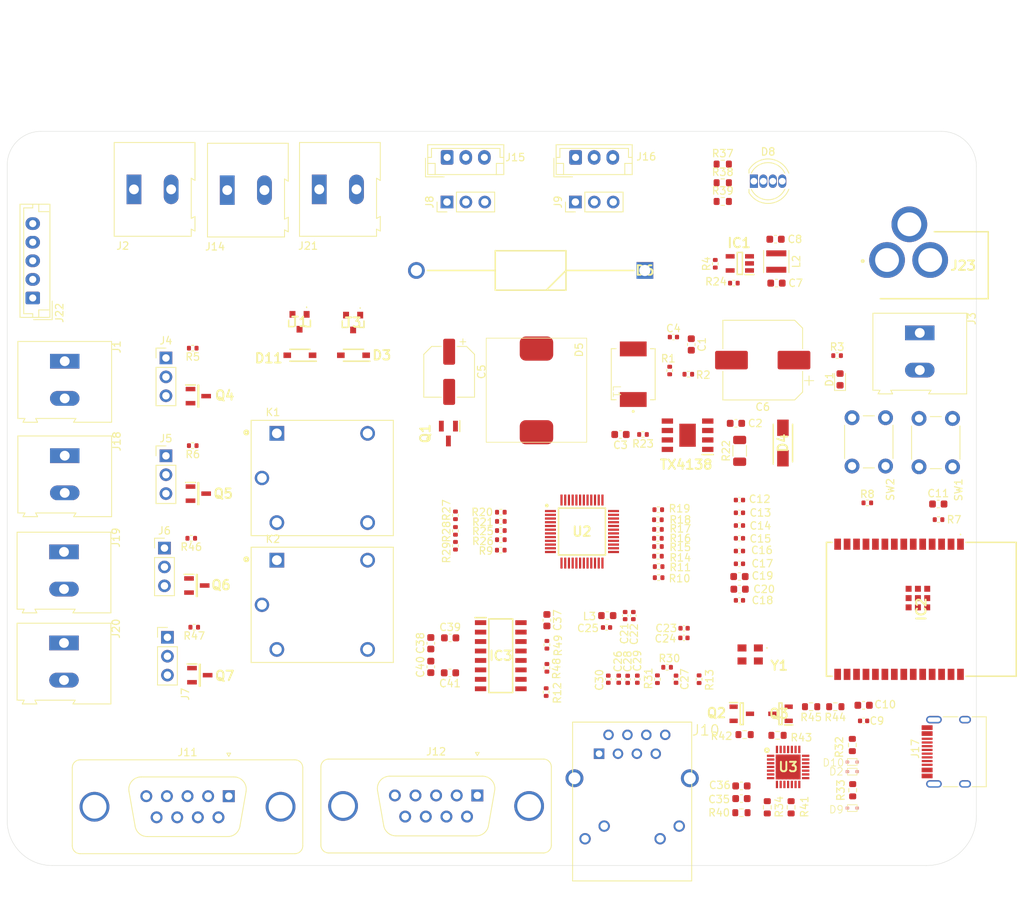
<source format=kicad_pcb>
(kicad_pcb (version 20240108) (generator "pcbnew") (generator_version "8.0")
  (layers (0 "F.Cu" signal) (31 "B.Cu" signal) (34 "B.Paste" user) (35 "F.Paste" user) (36 "B.SilkS" user "B.Silkscreen") (37 "F.SilkS" user "F.Silkscreen") (38 "B.Mask" user) (39 "F.Mask" user) (44 "Edge.Cuts" user))
  (net 0 "")
  (net 1 "GND")
  (net 2 "+5V")
  (net 3 "+12V")
  (net 4 "Net-(D5-K)")
  (net 5 "Net-(C3-Pad1)")
  (net 6 "Net-(TX4138(ESOIC-8)1-FB)")
  (net 7 "+5V_EXT")
  (net 8 "+3.3V")
  (net 9 "/ESP_EN")
  (net 10 "+3.3VA")
  (net 11 "/TOCAP")
  (net 12 "/1V2O")
  (net 13 "Net-(C26-Pad1)")
  (net 14 "Net-(C27-Pad2)")
  (net 15 "Net-(C27-Pad1)")
  (net 16 "Net-(C28-Pad2)")
  (net 17 "Net-(C28-Pad1)")
  (net 18 "Net-(C29-Pad2)")
  (net 19 "CGND")
  (net 20 "Net-(IC3-C1-)")
  (net 21 "Net-(IC3-C1+)")
  (net 22 "Net-(IC3-V+)")
  (net 23 "Net-(IC3-C2+)")
  (net 24 "Net-(IC3-C2-)")
  (net 25 "Net-(IC3-V-)")
  (net 26 "Net-(D1-A)")
  (net 27 "USB_DP")
  (net 28 "Net-(D3-A)")
  (net 29 "Net-(D8-GK)")
  (net 30 "Net-(D8-RK)")
  (net 31 "Net-(D8-BK)")
  (net 32 "+5V_USB")
  (net 33 "USB_DN")
  (net 34 "Net-(D11-A)")
  (net 35 "Net-(IC1-LX)")
  (net 36 "Net-(IC1-FB)")
  (net 37 "/GPIO20{slash}SPI2Q(MISO){slash}SDIO_DATA0")
  (net 38 "/GPIO10{slash}REL1")
  (net 39 "/GPIO2{slash}In2")
  (net 40 "/GPIO17{slash}U0RXD")
  (net 41 "/GPIO1{slash}U1TXD")
  (net 42 "/GPIO21{slash}SPI2CS0(CS#){slash}SDIO_CD")
  (net 43 "/GPIO18{slash}SPI2D(MOSI){slash}SDIO_CMD")
  (net 44 "/GPIO16{slash}U0TXD")
  (net 45 "/GPIO22{slash}USER_LED_G")
  (net 46 "/GPIO3{slash}In3")
  (net 47 "/GPIO12{slash}USB_D-")
  (net 49 "/GPIO11{slash}REL2")
  (net 50 "/GPIO6{slash}W5500_RSTn")
  (net 51 "/GPIO13{slash}USB_D+")
  (net 52 "/GPIO5{slash}LP_UART_TXD")
  (net 53 "/GPIO7{slash}W5500_INTn")
  (net 54 "/GPIO15{slash}In4")
  (net 55 "/GPIO19{slash}SPI2CLK(CLK){slash}SDIO_CLK")
  (net 56 "/GPIO8{slash}USER_LED_R")
  (net 57 "/GPIO4{slash}LP_UART_RXD")
  (net 58 "/GPIO0{slash}U1RXD")
  (net 59 "/GPIO9{slash}BOOT_BUT")
  (net 60 "/GPIO23{slash}USER_LED_B")
  (net 61 "Net-(IC3-DIN1)")
  (net 62 "RS232-1")
  (net 64 "RS232-2")
  (net 65 "Net-(IC3-DIN2)")
  (net 67 "JSW1_OUT")
  (net 68 "Net-(J2-Pin_1)")
  (net 69 "Net-(J2-Pin_2)")
  (net 70 "JSW2_OUT")
  (net 71 "JSW3_OUT")
  (net 72 "JSW4_OUT")
  (net 73 "JSW5_OUT")
  (net 74 "JSW6_OUT")
  (net 75 "Net-(J10-Pad1)")
  (net 77 "Net-(J10-Pad9)")
  (net 78 "Net-(J10-Pad11)")
  (net 79 "Net-(J10-Pad3)")
  (net 94 "Net-(J14-Pin_1)")
  (net 95 "Net-(J14-Pin_2)")
  (net 96 "R1IN")
  (net 97 "R2IN")
  (net 98 "Net-(J17-CC2)")
  (net 99 "Net-(J17-CC1)")
  (net 104 "Net-(Q2-B)")
  (net 105 "RTS")
  (net 106 "IO0")
  (net 107 "Net-(Q3-B)")
  (net 108 "DTR")
  (net 109 "Net-(Q4-G)")
  (net 110 "Net-(Q5-G)")
  (net 111 "Net-(Q6-G)")
  (net 112 "Net-(Q7-G)")
  (net 113 "Net-(R8-Pad2)")
  (net 114 "/EXRES1")
  (net 115 "/XO")
  (net 116 "/ACTLED")
  (net 117 "/LINKLED")
  (net 118 "Net-(U2-~{SCS})")
  (net 119 "Net-(U2-SCLK)")
  (net 120 "Net-(U2-MISO)")
  (net 121 "Net-(U2-MOSI)")
  (net 122 "Net-(U2-~{INT})")
  (net 123 "Net-(U2-~{RST})")
  (net 124 "/TXN")
  (net 125 "/TXP")
  (net 126 "/ILIM")
  (net 127 "Net-(TX4138(ESOIC-8)1-BS)")
  (net 128 "/RXN")
  (net 129 "/RXP")
  (net 130 "Net-(U3-VBUS)")
  (net 131 "Net-(U3-~{RST})")
  (net 132 "ESP_3V3")
  (net 133 "RXD")
  (net 134 "TXD")
  (net 171 "/XI")
  (net 172 "Net-(C24-Pad1)")
  (footprint "Connector_JST:JST_EH_B5B-EH-A_1x05_P2.50mm_Vertical" (layer "F.Cu") (at 111.4 53.7 90)
    (property "Reference" "J22" (at -2 3.6 90) (layer "F.SilkS"))
    (property "Value" "Conn_01x05_Pin")
    (pad "1" thru_hole roundrect (at 0 0 90) (size 1.7 1.95) (drill 0.95) (layers "*.Cu" "*.Mask") (roundrect_rratio 0.147059) (net 3 "+12V"))
    (pad "2" thru_hole oval (at 2.5 0 90) (size 1.7 1.95) (drill 0.95) (layers "*.Cu" "*.Mask") (net 51 "/GPIO13{slash}USB_D+"))
    (pad "3" thru_hole oval (at 5 0 90) (size 1.7 1.95) (drill 0.95) (layers "*.Cu" "*.Mask") (net 41 "/GPIO1{slash}U1TXD"))
    (pad "4" thru_hole oval (at 7.5 0 90) (size 1.7 1.95) (drill 0.95) (layers "*.Cu" "*.Mask") (net 52 "/GPIO5{slash}LP_UART_TXD"))
    (pad "5" thru_hole oval (at 10 0 90) (size 1.7 1.95) (drill 0.95) (layers "*.Cu" "*.Mask") (net 1 "GND"))
  )
  (footprint "Button_Switch_THT:SW_PUSH_6mm" (layer "F.Cu") (at 230.49 76.395 90)
    (property "Reference" "SW1" (at -3.105 5.31 90) (layer "F.SilkS"))
    (property "Value" "TS665CJ")
    (pad "1" thru_hole circle (at 0 0 180) (size 2 2) (drill 1.1) (layers "*.Cu" "*.Mask") (net 9 "/ESP_EN"))
    (pad "1" thru_hole circle (at 6.5 0 180) (size 2 2) (drill 1.1) (layers "*.Cu" "*.Mask") (net 9 "/ESP_EN"))
    (pad "2" thru_hole circle (at 0 4.5 180) (size 2 2) (drill 1.1) (layers "*.Cu" "*.Mask") (net 1 "GND"))
    (pad "2" thru_hole circle (at 6.5 4.5 180) (size 2 2) (drill 1.1) (layers "*.Cu" "*.Mask") (net 1 "GND"))
  )
  (footprint "Resistor_SMD:R_0402_1005Metric" (layer "F.Cu") (at 223.54 81.245)
    (property "Reference" "R8" (at 0 -1.17 360) (layer "F.SilkS"))
    (property "Value" "100R/R0402")
    (pad "1" smd roundrect (at -0.51 0) (size 0.54 0.64) (layers "F.Cu" "F.Paste" "F.Mask") (net 59 "/GPIO9{slash}BOOT_BUT"))
    (pad "2" smd roundrect (at 0.51 0) (size 0.54 0.64) (layers "F.Cu" "F.Paste" "F.Mask") (net 113 "Net-(R8-Pad2)"))
  )
  (footprint "Capacitor_SMD:C_0603_1608Metric" (layer "F.Cu") (at 164.888 103.295 -90)
    (property "Reference" "C40" (at 0 1.4 90) (layer "F.SilkS"))
    (property "Value" "100nF")
    (pad "1" smd roundrect (at -0.775 0 270) (size 0.9 0.95) (layers "F.Cu" "F.Paste" "F.Mask") (net 23 "Net-(IC3-C2+)"))
    (pad "2" smd roundrect (at 0.775 0 270) (size 0.9 0.95) (layers "F.Cu" "F.Paste" "F.Mask") (net 24 "Net-(IC3-C2-)"))
  )
  (footprint "Capacitor_SMD:C_0603_1608Metric" (layer "F.Cu") (at 211.335 51.7 180)
    (property "Reference" "C7" (at -2.575 0 360) (layer "F.SilkS"))
    (property "Value" "22uF/6.3V/20%/X5R/C0603")
    (pad "1" smd roundrect (at -0.775 0 180) (size 0.9 0.95) (layers "F.Cu" "F.Paste" "F.Mask") (net 8 "+3.3V"))
    (pad "2" smd roundrect (at 0.775 0 180) (size 0.9 0.95) (layers "F.Cu" "F.Paste" "F.Mask") (net 1 "GND"))
  )
  (footprint "Resistor_SMD:R_0402_1005Metric" (layer "F.Cu") (at 180.488 100.32 90)
    (property "Reference" "R49" (at -0.1 1.5 90) (layer "F.SilkS"))
    (property "Value" "10k")
    (pad "1" smd roundrect (at -0.51 0 90) (size 0.54 0.64) (layers "F.Cu" "F.Paste" "F.Mask") (net 61 "Net-(IC3-DIN1)"))
    (pad "2" smd roundrect (at 0.51 0 90) (size 0.54 0.64) (layers "F.Cu" "F.Paste" "F.Mask") (net 1 "GND"))
  )
  (footprint "Connector_PinHeader_2.54mm:PinHeader_1x03_P2.54mm_Vertical" (layer "F.Cu") (at 129.3 61.765)
    (property "Reference" "J4" (at 0 -2.33 360) (layer "F.SilkS"))
    (property "Value" "Conn_01x03_Pin")
    (pad "1" thru_hole rect (at 0 0) (size 1.7 1.7) (drill 1) (layers "*.Cu" "*.Mask") (net 2 "+5V"))
    (pad "2" thru_hole oval (at 0 2.54) (size 1.7 1.7) (drill 1) (layers "*.Cu" "*.Mask") (net 67 "JSW1_OUT"))
    (pad "3" thru_hole oval (at 0 5.08) (size 1.7 1.7) (drill 1) (layers "*.Cu" "*.Mask") (net 3 "+12V"))
  )
  (footprint "customESP_Controller:IND_NR3015T2R2M" (layer "F.Cu") (at 211.31 48.8 90)
    (property "Reference" "L2" (at 0 2.7 90) (layer "F.SilkS"))
    (property "Value" "2.2uH/1.5A/DCR=72mR/20%/3.00x3.00x1.50mm/CD32(NR3015T2R2M)")
    (pad "1" smd rect (at -1.1 0 90) (size 0.8 2.7) (layers "F.Cu" "F.Paste" "F.Mask") (net 35 "Net-(IC1-LX)"))
    (pad "2" smd rect (at 1.1 0 90) (size 0.8 2.7) (layers "F.Cu" "F.Paste" "F.Mask") (net 8 "+3.3V"))
  )
  (footprint "Resistor_SMD:R_0402_1005Metric" (layer "F.Cu") (at 174.3 84.966666 180)
    (property "Reference" "R25" (at 2.41 -0.1 360) (layer "F.SilkS"))
    (property "Value" "0R")
    (pad "1" smd roundrect (at -0.51 0 180) (size 0.54 0.64) (layers "F.Cu" "F.Paste" "F.Mask") (net 128 "/RXN"))
    (pad "2" smd roundrect (at 0.51 0 180) (size 0.54 0.64) (layers "F.Cu" "F.Paste" "F.Mask") (net 15 "Net-(C27-Pad1)"))
  )
  (footprint "Resistor_SMD:R_0402_1005Metric" (layer "F.Cu") (at 174.3 86.2 180)
    (property "Reference" "R26" (at 2.41 -0.2 360) (layer "F.SilkS"))
    (property "Value" "0R")
    (pad "1" smd roundrect (at -0.51 0 180) (size 0.54 0.64) (layers "F.Cu" "F.Paste" "F.Mask") (net 129 "/RXP"))
    (pad "2" smd roundrect (at 0.51 0 180) (size 0.54 0.64) (layers "F.Cu" "F.Paste" "F.Mask") (net 17 "Net-(C28-Pad1)"))
  )
  (footprint "customESP_Controller:LESD5D5.0CT1G_DTVS" (layer "F.Cu") (at 221.525 118.4)
    (property "Reference" "D9" (at -2.15 4.08 0) (layer "F.SilkS") (effects (font (thickness 0.1))))
    (property "Value" "LESD5D5.0CT1G")
    (pad "1" smd roundrect (at -0.67 3.88) (size 0.48 0.4) (layers "F.Cu" "F.Paste" "B.SilkS" "F.Mask") (net 1 "GND"))
    (pad "2" smd roundrect (at 0.65 3.88) (size 0.48 0.4) (layers "F.Cu" "F.Paste" "B.SilkS" "F.Mask") (net 32 "+5V_USB"))
  )
  (footprint "Resistor_SMD:R_0402_1005Metric" (layer "F.Cu") (at 174.3 82.5 180)
    (property "Reference" "R20" (at 2.51 0 360) (layer "F.SilkS"))
    (property "Value" "0R")
    (pad "1" smd roundrect (at -0.51 0 180) (size 0.54 0.64) (layers "F.Cu" "F.Paste" "F.Mask") (net 124 "/TXN"))
    (pad "2" smd roundrect (at 0.51 0 180) (size 0.54 0.64) (layers "F.Cu" "F.Paste" "F.Mask") (net 79 "Net-(J10-Pad3)"))
  )
  (footprint "Capacitor_SMD:C_0603_1608Metric" (layer "F.Cu") (at 180.488 97.02 -90)
    (property "Reference" "C37" (at 0 -1.43 90) (layer "F.SilkS"))
    (property "Value" "100nF")
    (pad "1" smd roundrect (at -0.775 0 270) (size 0.9 0.95) (layers "F.Cu" "F.Paste" "F.Mask") (net 8 "+3.3V"))
    (pad "2" smd roundrect (at 0.775 0 270) (size 0.9 0.95) (layers "F.Cu" "F.Paste" "F.Mask") (net 1 "GND"))
  )
  (footprint "Resistor_SMD:R_0402_1005Metric" (layer "F.Cu") (at 132.9 73.553334 180)
    (property "Reference" "R6" (at 0 -1.17 360) (layer "F.SilkS"))
    (property "Value" "100R")
    (pad "1" smd roundrect (at -0.51 0 180) (size 0.54 0.64) (layers "F.Cu" "F.Paste" "F.Mask") (net 46 "/GPIO3{slash}In3"))
    (pad "2" smd roundrect (at 0.51 0 180) (size 0.54 0.64) (layers "F.Cu" "F.Paste" "F.Mask") (net 110 "Net-(Q5-G)"))
  )
  (footprint "customESP_Controller:RELAY_SRD-05VDC-SL-C" (layer "F.Cu") (at 150.3 77.9)
    (property "Reference" "K1" (at -6.62563 -8.83584 0) (layer "F.SilkS") (effects (font (size 1.000094 1.000094))))
    (property "Value" "SRD-05VDC-SL-C")
    (pad "A1" thru_hole rect (at -6.1 -6) (size 1.98 1.98) (drill 1.32) (layers "*.Cu" "*.Mask") (net 2 "+5V"))
    (pad "A2" thru_hole circle (at -6.1 6) (size 1.98 1.98) (drill 1.32) (layers "*.Cu" "*.Mask") (net 34 "Net-(D11-A)"))
    (pad "COM" thru_hole circle (at -8.1 0) (size 1.935 1.935) (drill 1.29) (layers "*.Cu" "*.Mask") (net 95 "Net-(J14-Pin_2)"))
    (pad "NC" thru_hole circle (at 6.1 -6) (size 1.98 1.98) (drill 1.32) (layers "*.Cu" "*.Mask"))
    (pad "NO" thru_hole circle (at 6.1 6) (size 1.98 1.98) (drill 1.32) (layers "*.Cu" "*.Mask") (net 94 "Net-(J14-Pin_1)"))
  )
  (footprint "Capacitor_SMD:C_0603_1608Metric" (layer "F.Cu") (at 167.488 99.395)
    (property "Reference" "C39" (at 0 -1.43 0) (layer "F.SilkS"))
    (property "Value" "100nF")
    (pad "1" smd roundrect (at -0.775 0) (size 0.9 0.95) (layers "F.Cu" "F.Paste" "F.Mask") (net 1 "GND"))
    (pad "2" smd roundrect (at 0.775 0) (size 0.9 0.95) (layers "F.Cu" "F.Paste" "F.Mask") (net 22 "Net-(IC3-V+)"))
  )
  (footprint "Resistor_SMD:R_0402_1005Metric" (layer "F.Cu") (at 195.338 104.95 90)
    (property "Reference" "R31" (at 0.1 -1.2 -90) (layer "F.SilkS"))
    (property "Value" "49R9/1%")
    (pad "1" smd roundrect (at -0.51 0 90) (size 0.54 0.64) (layers "F.Cu" "F.Paste" "F.Mask") (net 16 "Net-(C28-Pad2)"))
    (pad "2" smd roundrect (at 0.51 0 90) (size 0.54 0.64) (layers "F.Cu" "F.Paste" "F.Mask") (net 18 "Net-(C29-Pad2)"))
  )
  (footprint "Resistor_SMD:R_0402_1005Metric" (layer "F.Cu") (at 195.41 87.115 180)
    (property "Reference" "R15" (at -2.99 -0.1 360) (layer "F.SilkS"))
    (property "Value" "20R")
    (pad "1" smd roundrect (at -0.51 0 180) (size 0.54 0.64) (layers "F.Cu" "F.Paste" "F.Mask") (net 55 "/GPIO19{slash}SPI2CLK(CLK){slash}SDIO_CLK"))
    (pad "2" smd roundrect (at 0.51 0 180) (size 0.54 0.64) (layers "F.Cu" "F.Paste" "F.Mask") (net 119 "Net-(U2-SCLK)"))
  )
  (footprint "Connector_PinHeader_2.54mm:PinHeader_1x03_P2.54mm_Vertical" (layer "F.Cu") (at 167.06 40.8 90)
    (property "Reference" "J8" (at 0 -2.33 90) (layer "F.SilkS"))
    (property "Value" "Conn_01x03_Pin")
    (pad "1" thru_hole rect (at 0 0 90) (size 1.7 1.7) (drill 1) (layers "*.Cu" "*.Mask") (net 2 "+5V"))
    (pad "2" thru_hole oval (at 0 2.54 90) (size 1.7 1.7) (drill 1) (layers "*.Cu" "*.Mask") (net 73 "JSW5_OUT"))
    (pad "3" thru_hole oval (at 0 5.08 90) (size 1.7 1.7) (drill 1) (layers "*.Cu" "*.Mask") (net 3 "+12V"))
  )
  (footprint "Capacitor_SMD:C_0603_1608Metric" (layer "F.Cu") (at 167.463 104.095 180)
    (property "Reference" "C41" (at 0 -1.43 360) (layer "F.SilkS"))
    (property "Value" "100nF")
    (pad "1" smd roundrect (at -0.775 0 180) (size 0.9 0.95) (layers "F.Cu" "F.Paste" "F.Mask") (net 25 "Net-(IC3-V-)"))
    (pad "2" smd roundrect (at 0.775 0 180) (size 0.9 0.95) (layers "F.Cu" "F.Paste" "F.Mask") (net 1 "GND"))
  )
  (footprint "Resistor_SMD:R_0603_1608Metric" (layer "F.Cu") (at 219.2375 108.65 180)
    (property "Reference" "R44" (at 0 -1.43 360) (layer "F.SilkS"))
    (property "Value" "0R (5%)")
    (pad "1" smd roundrect (at -0.825 0 180) (size 0.8 0.95) (layers "F.Cu" "F.Paste" "F.Mask") (net 44 "/GPIO16{slash}U0TXD"))
    (pad "2" smd roundrect (at 0.825 0 180) (size 0.8 0.95) (layers "F.Cu" "F.Paste" "F.Mask") (net 133 "RXD"))
  )
  (footprint "Capacitor_SMD:C_0402_1005Metric" (layer "F.Cu") (at 206.358 89.435715)
    (property "Reference" "C17" (at 3.08 -0.03 0) (layer "F.SilkS"))
    (property "Value" "0.1uF")
    (pad "1" smd roundrect (at -0.48 0) (size 0.56 0.62) (layers "F.Cu" "F.Paste" "F.Mask") (net 10 "+3.3VA"))
    (pad "2" smd roundrect (at 0.48 0) (size 0.56 0.62) (layers "F.Cu" "F.Paste" "F.Mask") (net 1 "GND"))
  )
  (footprint "Capacitor_SMD:C_0402_1005Metric" (layer "F.Cu") (at 188.5 98)
    (property "Reference" "C25" (at -2.5 0.1 0) (layer "F.SilkS"))
    (property "Value" "100nF")
    (pad "1" smd roundrect (at -0.48 0) (size 0.56 0.62) (layers "F.Cu" "F.Paste" "F.Mask") (net 8 "+3.3V"))
    (pad "2" smd roundrect (at 0.48 0) (size 0.56 0.62) (layers "F.Cu" "F.Paste" "F.Mask") (net 1 "GND"))
  )
  (footprint "Resistor_SMD:R_0402_1005Metric" (layer "F.Cu") (at 195.41 84.815 180)
    (property "Reference" "R17" (at -3 0.1 360) (layer "F.SilkS"))
    (property "Value" "20R")
    (pad "1" smd roundrect (at -0.51 0 180) (size 0.54 0.64) (layers "F.Cu" "F.Paste" "F.Mask") (net 43 "/GPIO18{slash}SPI2D(MOSI){slash}SDIO_CMD"))
    (pad "2" smd roundrect (at 0.51 0 180) (size 0.54 0.64) (layers "F.Cu" "F.Paste" "F.Mask") (net 121 "Net-(U2-MOSI)"))
  )
  (footprint "Capacitor_SMD:C_0603_1608Metric" (layer "F.Cu") (at 190.3725 72.05 180)
    (property "Reference" "C3" (at 0 -1.43 360) (layer "F.SilkS"))
    (property "Value" "100nf/100V/10%/X7R/C0603")
    (pad "1" smd roundrect (at -0.775 0 180) (size 0.9 0.95) (layers "F.Cu" "F.Paste" "F.Mask") (net 5 "Net-(C3-Pad1)"))
    (pad "2" smd roundrect (at 0.775 0 180) (size 0.9 0.95) (layers "F.Cu" "F.Paste" "F.Mask") (net 4 "Net-(D5-K)"))
  )
  (footprint "Capacitor_SMD:C_0402_1005Metric" (layer "F.Cu") (at 206.358 84.29286)
    (property "Reference" "C14" (at 2.82 0.03 0) (layer "F.SilkS"))
    (property "Value" "0.1uF")
    (pad "1" smd roundrect (at -0.48 0) (size 0.56 0.62) (layers "F.Cu" "F.Paste" "F.Mask") (net 10 "+3.3VA"))
    (pad "2" smd roundrect (at 0.48 0) (size 0.56 0.62) (layers "F.Cu" "F.Paste" "F.Mask") (net 1 "GND"))
  )
  (footprint "Capacitor_SMD:CP_Elec_6.3x7.7" (layer "F.Cu") (at 167.3525 63.625 -90)
    (property "Reference" "C5" (at 0 -4.35 90) (layer "F.SilkS"))
    (property "Value" "470uF/10V/RVT1A471M0607")
    (pad "1" smd roundrect (at -2.7 0 270) (size 3.5 1.6) (layers "F.Cu" "F.Paste" "F.Mask") (roundrect_rratio 0.15625) (net 7 "+5V_EXT"))
    (pad "2" smd roundrect (at 2.7 0 270) (size 3.5 1.6) (layers "F.Cu" "F.Paste" "F.Mask") (roundrect_rratio 0.15625) (net 1 "GND"))
  )
  (footprint "Resistor_SMD:R_0402_1005Metric" (layer "F.Cu") (at 193.3975 72.05 180)
    (property "Reference" "R23" (at -0.0025 -1.25 360) (layer "F.SilkS"))
    (property "Value" "4.7R/R0402")
    (pad "1" smd roundrect (at -0.51 0 180) (size 0.54 0.64) (layers "F.Cu" "F.Paste" "F.Mask") (net 127 "Net-(TX4138(ESOIC-8)1-BS)"))
    (pad "2" smd roundrect (at 0.51 0 180) (size 0.54 0.64) (layers "F.Cu" "F.Paste" "F.Mask") (net 5 "Net-(C3-Pad1)"))
  )
  (footprint "Resistor_SMD:R_0402_1005Metric" (layer "F.Cu") (at 195.45 82.162 180)
    (property "Reference" "R19" (at -2.86 0.147 360) (layer "F.SilkS"))
    (property "Value" "20R")
    (pad "1" smd roundrect (at -0.51 0 180) (size 0.54 0.64) (layers "F.Cu" "F.Paste" "F.Mask") (net 50 "/GPIO6{slash}W5500_RSTn"))
    (pad "2" smd roundrect (at 0.51 0 180) (size 0.54 0.64) (layers "F.Cu" "F.Paste" "F.Mask") (net 123 "Net-(U2-~{RST})"))
  )
  (footprint "Resistor_SMD:R_0603_1608Metric" (layer "F.Cu") (at 210.1 122.175 90)
    (property "Reference" "R34" (at 0.075 1.6 -90) (layer "F.SilkS"))
    (property "Value" "22.1k (5%)")
    (pad "1" smd roundrect (at -0.825 0 90) (size 0.8 0.95) (layers "F.Cu" "F.Paste" "F.Mask") (net 32 "+5V_USB"))
    (pad "2" smd roundrect (at 0.825 0 90) (size 0.8 0.95) (layers "F.Cu" "F.Paste" "F.Mask") (net 130 "Net-(U3-VBUS)"))
  )
  (footprint "Connector_PinHeader_2.54mm:PinHeader_1x03_P2.54mm_Vertical" (layer "F.Cu") (at 129.3 74.92)
    (property "Reference" "J5" (at 0 -2.33 360) (layer "F.SilkS"))
    (property "Value" "Conn_01x03_Pin")
    (pad "1" thru_hole rect (at 0 0) (size 1.7 1.7) (drill 1) (layers "*.Cu" "*.Mask") (net 2 "+5V"))
    (pad "2" thru_hole oval (at 0 2.54) (size 1.7 1.7) (drill 1) (layers "*.Cu" "*.Mask") (net 70 "JSW2_OUT"))
    (pad "3" thru_hole oval (at 0 5.08) (size 1.7 1.7) (drill 1) (layers "*.Cu" "*.Mask") (net 3 "+12V"))
  )
  (footprint "Capacitor_SMD:C_0402_1005Metric" (layer "F.Cu") (at 190.138 104.95 90)
    (property "Reference" "C26" (at 2.4 -0.1 90) (layer "F.SilkS"))
    (property "Value" "22nF")
    (pad "1" smd roundrect (at -0.48 0 90) (size 0.56 0.62) (layers "F.Cu" "F.Paste" "F.Mask") (net 13 "Net-(C26-Pad1)"))
    (pad "2" smd roundrect (at 0.48 0 90) (size 0.56 0.62) (layers "F.Cu" "F.Paste" "F.Mask") (net 1 "GND"))
  )
  (footprint "Resistor_SMD:R_0603_1608Metric" (layer "F.Cu") (at 207.05 112.4 180)
    (property "Reference" "R42" (at 3.1 -0.2 360) (layer "F.SilkS"))
    (property "Value" "10k (5%)")
    (pad "1" smd roundrect (at -0.825 0 180) (size 0.8 0.95) (layers "F.Cu" "F.Paste" "F.Mask") (net 108 "DTR"))
    (pad "2" smd roundrect (at 0.825 0 180) (size 0.8 0.95) (layers "F.Cu" "F.Paste" "F.Mask") (net 104 "Net-(Q2-B)"))
  )
  (footprint "Resistor_SMD:R_0402_1005Metric" (layer "F.Cu") (at 132.9 60.445 180)
    (property "Reference" "R5" (at 0 -1.17 360) (layer "F.SilkS"))
    (property "Value" "100R")
    (pad "1" smd roundrect (at -0.51 0 180) (size 0.54 0.64) (layers "F.Cu" "F.Paste" "F.Mask") (net 39 "/GPIO2{slash}In2"))
    (pad "2" smd roundrect (at 0.51 0 180) (size 0.54 0.64) (layers "F.Cu" "F.Paste" "F.Mask") (net 109 "Net-(Q4-G)"))
  )
  (footprint "Inductor_SMD:L_0603_1608Metric" (layer "F.Cu") (at 188.6 96.4 180)
    (property "Reference" "L3" (at 2.4 -0.1 360) (layer "F.SilkS"))
    (property "Value" "600R")
    (pad "1" smd roundrect (at -0.7875 0 180) (size 0.875 0.95) (layers "F.Cu" "F.Paste" "F.Mask") (net 10 "+3.3VA"))
    (pad "2" smd roundrect (at 0.7875 0 180) (size 0.875 0.95) (layers "F.Cu" "F.Paste" "F.Mask") (net 8 "+3.3V"))
  )
  (footprint "Capacitor_SMD:C_0402_1005Metric" (layer "F.Cu") (at 206.358 82.578575)
    (property "Reference" "C13" (at 2.82 0 0) (layer "F.SilkS"))
    (property "Value" "0.1uF")
    (pad "1" smd roundrect (at -0.48 0) (size 0.56 0.62) (layers "F.Cu" "F.Paste" "F.Mask") (net 10 "+3.3VA"))
    (pad "2" smd roundrect (at 0.48 0) (size 0.56 0.62) (layers "F.Cu" "F.Paste" "F.Mask") (net 1 "GND"))
  )
  (footprint "Resistor_SMD:R_0402_1005Metric" (layer "F.Cu") (at 195.5 89.815 180)
    (property "Reference" "R11" (at -2.91 -0.1 360) (layer "F.SilkS"))
    (property "Value" "1M")
    (pad "1" smd roundrect (at -0.51 0 180) (size 0.54 0.64) (layers "F.Cu" "F.Paste" "F.Mask") (net 171 "/XI"))
    (pad "2" smd roundrect (at 0.51 0 180) (size 0.54 0.64) (layers "F.Cu" "F.Paste" "F.Mask") (net 115 "/XO"))
  )
  (footprint "customESP_Controller:SS8050_SOT95P240X115-3N" (layer "F.Cu") (at 211.875 109.6 180)
    (property "Reference" "Q3" (at 0.2 0 360) (layer "F.SilkS") (effects (font (size 1.27 1.27) (thickness 0.254))))
    (property "Value" "SS8050-G(RANGE:120-200)" (hide yes))
    (pad "1" smd rect (at -1.1 -0.95 270) (size 0.6 1.1) (layers "F.Cu" "F.Paste" "F.Mask") (net 106 "IO0"))
    (pad "2" smd rect (at -1.1 0.95 270) (size 0.6 1.1) (layers "F.Cu" "F.Paste" "F.Mask") (net 107 "Net-(Q3-B)"))
    (pad "3" smd rect (at 1.1 0 270) (size 0.6 1.1) (layers "F.Cu" "F.Paste" "F.Mask") (net 108 "DTR"))
  )
  (footprint "Capacitor_SMD:C_0402_1005Metric" (layer "F.Cu") (at 223.0425 110.555 180)
    (property "Reference" "C9" (at -1.78 0 360) (layer "F.SilkS"))
    (property "Value" "100nF/10V/10%/X7R/C0402")
    (pad "1" smd roundrect (at -0.48 0 180) (size 0.56 0.62) (layers "F.Cu" "F.Paste" "F.Mask") (net 1 "GND"))
    (pad "2" smd roundrect (at 0.48 0 180) (size 0.56 0.62) (layers "F.Cu" "F.Paste" "F.Mask") (net 8 "+3.3V"))
  )
  (footprint "Capacitor_SMD:C_0603_1608Metric" (layer "F.Cu") (at 206.358 91.15)
    (property "Reference" "C19" (at 3.1 -0.1 0) (layer "F.SilkS"))
    (property "Value" "10uF/16V")
    (pad "1" smd roundrect (at -0.775 0) (size 0.9 0.95) (layers "F.Cu" "F.Paste" "F.Mask") (net 10 "+3.3VA"))
    (pad "2" smd roundrect (at 0.775 0) (size 0.9 0.95) (layers "F.Cu" "F.Paste" "F.Mask") (net 1 "GND"))
  )
  (footprint "TerminalBlock:TerminalBlock_Altech_AK300-2_P5.00mm" (layer "F.Cu") (at 115.7 62.2 -90)
    (property "Reference" "J1" (at -1.92 -6.99 90) (layer "F.SilkS"))
    (property "Value" "Screw_Terminal_01x02")
    (pad "1" thru_hole rect (at 0 0 270) (size 1.98 3.96) (drill 1.32) (layers "*.Cu" "*.Mask") (net 67 "JSW1_OUT"))
    (pad "2" thru_hole oval (at 5 0 270) (size 1.98 3.96) (drill 1.32) (layers "*.Cu" "*.Mask") (net 1 "GND"))
  )
  (footprint "Connector_Dsub:DSUB-9_Female_Vertical_P2.77x2.84mm_MountingHoles" (layer "F.Cu") (at 137.74 120.68)
    (property "Reference" "J11" (at -5.54 -5.89 0) (layer "F.SilkS"))
    (property "Value" "DE9_Plug")
    (pad "0" thru_hole circle (at -18.04 1.42) (size 4 4) (drill 3.2) (layers "*.Cu" "*.Mask") (net 1 "GND"))
    (pad "0" thru_hole circle (at 6.96 1.42) (size 4 4) (drill 3.2) (layers "*.Cu" "*.Mask") (net 1 "GND"))
    (pad "1" thru_hole rect (at 0 0) (size 1.6 1.6) (drill 1) (layers "*.Cu" "*.Mask"))
    (pad "2" thru_hole circle (at -2.77 0) (size 1.6 1.6) (drill 1) (layers "*.Cu" "*.Mask"))
    (pad "3" thru_hole circle (at -5.54 0) (size 1.6 1.6) (drill 1) (layers "*.Cu" "*.Mask") (net 62 "RS232-1"))
    (pad "4" thru_hole circle (at -8.31 0) (size 1.6 1.6) (drill 1) (layers "*.Cu" "*.Mask"))
    (pad "5" thru_hole circle (at -11.08 0) (size 1.6 1.6) (drill 1) (layers "*.Cu" "*.Mask") (net 1 "GND"))
    (pad "6" thru_hole circle (at -1.385 2.84) (size 1.6 1.6) (drill 1) (layers "*.Cu" "*.Mask"))
    (pad "7" thru_hole circle (at -4.155 2.84) (size 1.6 1.6) (drill 1) (layers "*.Cu" "*.Mask"))
    (pad "8" thru_hole circle (at -6.925 2.84) (size 1.6 1.6) (drill 1) (layers "*.Cu" "*.Mask"))
    (pad "9" thru_hole circle (at -9.695 2.84) (size 1.6 1.6) (drill 1) (layers "*.Cu" "*.Mask"))
  )
  (footprint "Capacitor_SMD:C_0603_1608Metric" (layer "F.Cu") (at 205.8875 70.55 180)
    (property "Reference" "C2" (at -2.6 0 360) (layer "F.SilkS"))
    (property "Value" "100uF/100V/10%/X7R/C0603")
    (pad "1" smd roundrect (at -0.775 0 180) (size 0.9 0.95) (layers "F.Cu" "F.Paste" "F.Mask") (net 3 "+12V"))
    (pad "2" smd roundrect (at 0.775 0 180) (size 0.9 0.95) (layers "F.Cu" "F.Paste" "F.Mask") (net 1 "GND"))
  )
  (footprint "Resistor_SMD:R_0402_1005Metric" (layer "F.Cu") (at 180.388 106.685 90)
    (property "Reference" "R12" (at -0.11 1.5 90) (layer "F.SilkS"))
    (property "Value" "330R")
    (pad "1" smd roundrect (at -0.51 0 90) (size 0.54 0.64) (layers "F.Cu" "F.Paste" "F.Mask") (net 77 "Net-(J10-Pad9)"))
    (pad "2" smd roundrect (at 0.51 0 90) (size 0.54 0.64) (layers "F.Cu" "F.Paste" "F.Mask") (net 116 "/ACTLED"))
  )
  (footprint "Connector_PinHeader_2.54mm:PinHeader_1x03_P2.54mm_Vertical" (layer "F.Cu") (at 129.1 87.32)
    (property "Reference" "J6" (at 0 -2.33 360) (layer "F.SilkS"))
    (property "Value" "Conn_01x03_Pin")
    (pad "1" thru_hole rect (at 0 0) (size 1.7 1.7) (drill 1) (layers "*.Cu" "*.Mask") (net 2 "+5V"))
    (pad "2" thru_hole oval (at 0 2.54) (size 1.7 1.7) (drill 1) (layers "*.Cu" "*.Mask") (net 71 "JSW3_OUT"))
    (pad "3" thru_hole oval (at 0 5.08) (size 1.7 1.7) (drill 1) (layers "*.Cu" "*.Mask") (net 3 "+12V"))
  )
  (footprint "Capacitor_SMD:C_0603_1608Metric" (layer "F.Cu") (at 223.0425 108.455 180)
    (property "Reference" "C10" (at -2.9 0.1 360) (layer "F.SilkS"))
    (property "Value" "22uF/6.3V/20%/X5R/C0603")
    (pad "1" smd roundrect (at -0.775 0 180) (size 0.9 0.95) (layers "F.Cu" "F.Paste" "F.Mask") (net 1 "GND"))
    (pad "2" smd roundrect (at 0.775 0 180) (size 0.9 0.95) (layers "F.Cu" "F.Paste" "F.Mask") (net 8 "+3.3V"))
  )
  (footprint "Connector_USB:USB_C_Receptacle_HRO_TYPE-C-31-M-12" (layer "F.Cu") (at 235.625 114.71 90)
    (property "Reference" "J17" (at 0.4 -5.645 90) (layer "F.SilkS"))
    (property "Value" "USB_C_Receptacle_USB2.0_16P")
    (pad "" np_thru_hole circle (at -2.89 -2.6 90) (size 0.65 0.65) (drill 0.65) (layers "*.Cu" "*.Mask"))
    (pad "" np_thru_hole circle (at 2.89 -2.6 90) (size 0.65 0.65) (drill 0.65) (layers "*.Cu" "*.Mask"))
    (pad "A1" smd rect (at -3.25 -4.045 90) (size 0.6 1.45) (layers "F.Cu" "F.Paste" "F.Mask") (net 1 "GND"))
    (pad "A4" smd rect (at -2.45 -4.045 90) (size 0.6 1.45) (layers "F.Cu" "F.Paste" "F.Mask") (net 32 "+5V_USB"))
    (pad "A5" smd rect (at -1.25 -4.045 90) (size 0.3 1.45) (layers "F.Cu" "F.Paste" "F.Mask") (net 99 "Net-(J17-CC1)"))
    (pad "A6" smd rect (at -0.25 -4.045 90) (size 0.3 1.45) (layers "F.Cu" "F.Paste" "F.Mask") (net 27 "USB_DP"))
    (pad "A7" smd rect (at 0.25 -4.045 90) (size 0.3 1.45) (layers "F.Cu" "F.Paste" "F.Mask") (net 33 "USB_DN"))
    (pad "A8" smd rect (at 1.25 -4.045 90) (size 0.3 1.45) (layers "F.Cu" "F.Paste" "F.Mask"))
    (pad "A9" smd rect (at 2.45 -4.045 90) (size 0.6 1.45) (layers "F.Cu" "F.Paste" "F.Mask") (net 32 "+5V_USB"))
    (pad "A12" smd rect (at 3.25 -4.045 90) (size 0.6 1.45) (layers "F.Cu" "F.Paste" "F.Mask") (net 1 "GND"))
    (pad "B1" smd rect (at 3.25 -4.045 90) (size 0.6 1.45) (layers "F.Cu" "F.Paste" "F.Mask") (net 1 "GND"))
    (pad "B4" smd rect (at 2.45 -4.045 90) (size 0.6 1.45) (layers "F.Cu" "F.Paste" "F.Mask") (net 32 "+5V_USB"))
    (pad "B5" smd rect (at 1.75 -4.045 90) (size 0.3 1.45) (layers "F.Cu" "F.Paste" "F.Mask") (net 98 "Net-(J17-CC2)"))
    (pad "B6" smd rect (at 0.75 -4.045 90) (size 0.3 1.45) (layers "F.Cu" "F.Paste" "F.Mask") (net 27 "USB_DP"))
    (pad "B7" smd rect (at -0.75 -4.045 90) (size 0.3 1.45) (layers "F.Cu" "F.Paste" "F.Mask") (net 33 "USB_DN"))
    (pad "B8" smd rect (at -1.75 -4.045 90) (size 0.3 1.45) (layers "F.Cu" "F.Paste" "F.Mask"))
    (pad "B9" smd rect (at -2.45 -4.045 90) (size 0.6 1.45) (layers "F.Cu" "F.Paste" "F.Mask") (net 32 "+5V_USB"))
    (pad "B12" smd rect (at -3.25 -4.045 90) (size 0.6 1.45) (layers "F.Cu" "F.Paste" "F.Mask") (net 1 "GND"))
    (pad "S1" thru_hole oval (at -4.32 -3.13 90) (size 1 2.1) (drill oval 0.6 1.7) (layers "*.Cu" "*.Mask") (net 1 "GND"))
    (pad "S1" thru_hole oval (at -4.32 1.05 90) (size 1 1.6) (drill oval 0.6 1.2) (layers "*.Cu" "*.Mask") (net 1 "GND"))
    (pad "S1" thru_hole oval (at 4.32 -3.13 90) (size 1 2.1) (drill oval 0.6 1.7) (layers "*.Cu" "*.Mask") (net 1 "GND"))
    (pad "S1" thru_hole oval (at 4.32 1.05 90) (size 1 1.6) (drill oval 0.6 1.2) (layers "*.Cu" "*.Mask") (net 1 "GND"))
  )
  (footprint "Capacitor_SMD:C_0402_1005Metric" (layer "F.Cu") (at 191 96.4 -90)
    (property "Reference" "C21" (at 2.4 0.1 90) (layer "F.SilkS"))
    (property "Value" "4.7uF")
    (pad "1" smd roundrect (at -0.48 0 270) (size 0.56 0.62) (layers "F.Cu" "F.Paste" "F.Mask") (net 11 "/TOCAP"))
    (pad "2" smd roundrect (at 0.48 0 270) (size 0.56 0.62) (layers "F.Cu" "F.Paste" "F.Mask") (net 1 "GND"))
  )
  (footprint "customESP_Controller:IRLML6244TRPBF_SOT95P237X112-3N" (layer "F.Cu") (at 133.45 92.356668)
    (property "Reference" "Q6" (at 3.25 -0.056668 360) (layer "F.SilkS") (effects (font (size 1.27 1.27) (thickness 0.254))))
    (property "Value" "IRLML6244TRPBF" (hide yes))
    (pad "1" smd rect (at -1.05 -0.95 90) (size 0.6 1.3) (layers "F.Cu" "F.Paste" "F.Mask") (net 111 "Net-(Q6-G)"))
    (pad "2" smd rect (at -1.05 0.95 90) (size 0.6 1.3) (layers "F.Cu" "F.Paste" "F.Mask") (net 1 "GND"))
    (pad "3" smd rect (at 1.05 0 90) (size 0.6 1.3) (layers "F.Cu" "F.Paste" "F.Mask") (net 71 "JSW3_OUT"))
  )
  (footprint "Capacitor_SMD:C_0603_1608Metric" (layer "F.Cu") (at 206.625 119.3)
    (property "Reference" "C36" (at -2.9 -0.1 0) (layer "F.SilkS"))
    (property "Value" "0.1uF/50V (10%)")
    (pad "1" smd roundrect (at -0.775 0) (size 0.9 0.95) (layers "F.Cu" "F.Paste" "F.Mask") (net 1 "GND"))
    (pad "2" smd roundrect (at 0.775 0) (size 0.9 0.95) (layers "F.Cu" "F.Paste" "F.Mask") (net 8 "+3.3V"))
  )
  (footprint "Resistor_SMD:R_0402_1005Metric" (layer "F.Cu") (at 199.4875 63.95)
    (property "Reference" "R2" (at 2 0.1 360) (layer "F.SilkS"))
    (property "Value" "5.23k/1%/R0402")
    (pad "1" smd roundrect (at -0.51 0) (size 0.54 0.64) (layers "F.Cu" "F.Paste" "F.Mask") (net 6 "Net-(TX4138(ESOIC-8)1-FB)"))
    (pad "2" smd roundrect (at 0.51 0) (size 0.54 0.64) (layers "F.Cu" "F.Paste" "F.Mask") (net 1 "GND"))
  )
  (footprint "Resistor_SMD:R_0603_1608Metric" (layer "F.Cu") (at 213.3 122.175 -90)
    (property "Reference" "R41" (at -0.075 -1.8 90) (layer "F.SilkS"))
    (property "Value" "2k (5%)")
    (pad "1" smd roundrect (at -0.825 0 270) (size 0.8 0.95) (layers "F.Cu" "F.Paste" "F.Mask") (net 131 "Net-(U3-~{RST})"))
    (pad "2" smd roundrect (at 0.825 0 270) (size 0.8 0.95) (layers "F.Cu" "F.Paste" "F.Mask") (net 132 "ESP_3V3"))
  )
  (footprint "Resistor_SMD:R_0402_1005Metric" (layer "F.Cu") (at 195.4 86.015 180)
    (property "Reference" "R16" (at -3.01 0 360) (layer "F.SilkS"))
    (property "Value" "20R")
    (pad "1" smd roundrect (at -0.51 0 180) (size 0.54 0.64) (layers "F.Cu" "F.Paste" "F.Mask") (net 37 "/GPIO20{slash}SPI2Q(MISO){slash}SDIO_DATA0"))
    (pad "2" smd roundrect (at 0.51 0 180) (size 0.54 0.64) (layers "F.Cu" "F.Paste" "F.Mask") (net 120 "Net-(U2-MISO)"))
  )
  (footprint "Resistor_SMD:R_0402_1005Metric" (layer "F.Cu") (at 195.4 83.515 180)
    (property "Reference" "R18" (at -3.01 0 360) (layer "F.SilkS"))
    (property "Value" "20R")
    (pad "1" smd roundrect (at -0.51 0 180) (size 0.54 0.64) (layers "F.Cu" "F.Paste" "F.Mask") (net 53 "/GPIO7{slash}W5500_INTn"))
    (pad "2" smd roundrect (at 0.51 0 180) (size 0.54 0.64) (layers "F.Cu" "F.Paste" "F.Mask") (net 122 "Net-(U2-~{INT})"))
  )
  (footprint "Resistor_SMD:R_0402_1005Metric" (layer "F.Cu") (at 168.2 85.01 -90)
    (property "Reference" "R28" (at 0.11 1.2 90) (layer "F.SilkS"))
    (property "Value" "49R9/1%")
    (pad "1" smd roundrect (at -0.51 0 270) (size 0.54 0.64) (layers "F.Cu" "F.Paste" "F.Mask") (net 10 "+3.3VA"))
    (pad "2" smd roundrect (at 0.51 0 270) (size 0.54 0.64) (layers "F.Cu" "F.Paste" "F.Mask") (net 75 "Net-(J10-Pad1)"))
  )
  (footprint "customESP_Controller:IRLML6244TRPBF_SOT95P237X112-3N" (layer "F.Cu") (at 133.85 104.41)
    (property "Reference" "Q7" (at 3.35 0.09 360) (layer "F.SilkS") (effects (font (size 1.27 1.27) (thickness 0.254))))
    (property "Value" "IRLML6244TRPBF" (hide yes))
    (pad "1" smd rect (at -1.05 -0.95 90) (size 0.6 1.3) (layers "F.Cu" "F.Paste" "F.Mask") (net 112 "Net-(Q7-G)"))
    (pad "2" smd rect (at -1.05 0.95 90) (size 0.6 1.3) (layers "F.Cu" "F.Paste" "F.Mask") (net 1 "GND"))
    (pad "3" smd rect (at 1.05 0 90) (size 0.6 1.3) (layers "F.Cu" "F.Paste" "F.Mask") (net 72 "JSW4_OUT"))
  )
  (footprint "Capacitor_SMD:C_0603_1608Metric" (layer "F.Cu") (at 206.378 92.85)
    (property "Reference" "C20" (at 3.3 0 0) (layer "F.SilkS"))
    (property "Value" "10uF/16V")
    (pad "1" smd roundrect (at -0.775 0) (size 0.9 0.95) (layers "F.Cu" "F.Paste" "F.Mask") (net 8 "+3.3V"))
    (pad "2" smd roundrect (at 0.775 0) (size 0.9 0.95) (layers "F.Cu" "F.Paste" "F.Mask") (net 1 "GND"))
  )
  (footprint "Connector_PinHeader_2.54mm:PinHeader_1x03_P2.54mm_Vertical" (layer "F.Cu") (at 184.315 40.8 90)
    (property "Reference" "J9" (at 0 -2.33 90) (layer "F.SilkS"))
    (property "Value" "Conn_01x03_Pin")
    (pad "1" thru_hole rect (at 0 0 90) (size 1.7 1.7) (drill 1) (layers "*.Cu" "*.Mask") (net 2 "+5V"))
    (pad "2" thru_hole oval (at 0 2.54 90) (size 1.7 1.7) (drill 1) (layers "*.Cu" "*.Mask") (net 74 "JSW6_OUT"))
    (pad "3" thru_hole oval (at 0 5.08 90) (size 1.7 1.7) (drill 1) (layers "*.Cu" "*.Mask") (net 3 "+12V"))
  )
  (footprint "LED_THT:LED_D5.0mm-4_RGB" (layer "F.Cu") (at 208.3 38)
    (property "Reference" "D8" (at 1.905 -3.96 360) (layer "F.SilkS"))
    (property "Value" "LED_ARGB")
    (pad "1" thru_hole rect (at 0 0) (size 1.07 1.8) (drill 0.9) (layers "*.Cu" "*.Mask") (net 8 "+3.3V"))
    (pad "2" thru_hole oval (at 1.27 0) (size 1.07 1.8) (drill 0.9) (layers "*.Cu" "*.Mask") (net 30 "Net-(D8-RK)"))
    (pad "3" thru_hole oval (at 2.54 0) (size 1.07 1.8) (drill 0.9) (layers "*.Cu" "*.Mask") (net 29 "Net-(D8-GK)"))
    (pad "4" thru_hole oval (at 3.81 0) (size 1.07 1.8) (drill 0.9) (layers "*.Cu" "*.Mask") (net 31 "Net-(D8-BK)"))
  )
  (footprint "Resistor_SMD:R_0603_1608Metric" (layer "F.Cu") (at 204.115 40.72)
    (property "Reference" "R39" (at 0 -1.43 360) (layer "F.SilkS"))
    (property "Value" "150R")
    (pad "1" smd roundrect (at -0.825 0) (size 0.8 0.95) (layers "F.Cu" "F.Paste" "F.Mask") (net 60 "/GPIO23{slash}USER_LED_B"))
    (pad "2" smd roundrect (at 0.825 0) (size 0.8 0.95) (layers "F.Cu" "F.Paste" "F.Mask") (net 31 "Net-(D8-BK)"))
  )
  (footprint "Connector_Dsub:DSUB-9_Female_Vertical_P2.77x2.84mm_MountingHoles" (layer "F.Cu") (at 171.14 120.58)
    (property "Reference" "J12" (at -5.54 -5.89 0) (layer "F.SilkS"))
    (property "Value" "DE9_Plug")
    (pad "0" thru_hole circle (at -18.04 1.42) (size 4 4) (drill 3.2) (layers "*.Cu" "*.Mask") (net 1 "GND"))
    (pad "0" thru_hole circle (at 6.96 1.42) (size 4 4) (drill 3.2) (layers "*.Cu" "*.Mask") (net 1 "GND"))
    (pad "1" thru_hole rect (at 0 0) (size 1.6 1.6) (drill 1) (layers "*.Cu" "*.Mask"))
    (pad "2" thru_hole circle (at -2.77 0) (size 1.6 1.6) (drill 1) (layers "*.Cu" "*.Mask"))
    (pad "3" thru_hole circle (at -5.54 0) (size 1.6 1.6) (drill 1) (layers "*.Cu" "*.Mask") (net 64 "RS232-2"))
    (pad "4" thru_hole circle (at -8.31 0) (size 1.6 1.6) (drill 1) (layers "*.Cu" "*.Mask"))
    (pad "5" thru_hole circle (at -11.08 0) (size 1.6 1.6) (drill 1) (layers "*.Cu" "*.Mask") (net 1 "GND"))
    (pad "6" thru_hole circle (at -1.385 2.84) (size 1.6 1.6) (drill 1) (layers "*.Cu" "*.Mask"))
    (pad "7" thru_hole circle (at -4.155 2.84) (size 1.6 1.6) (drill 1) (layers "*.Cu" "*.Mask"))
    (pad "8" thru_hole circle (at -6.925 2.84) (size 1.6 1.6) (drill 1) (layers "*.Cu" "*.Mask"))
    (pad "9" thru_hole circle (at -9.695 2.84) (size 1.6 1.6) (drill 1) (layers "*.Cu" "*.Mask"))
  )
  (footprint "Capacitor_SMD:C_0402_1005Metric" (layer "F.Cu") (at 197.838 104.95 -90)
    (property "Reference" "C27" (at 0 -1.16 90) (layer "F.SilkS"))
    (property "Value" "6.8nF")
    (pad "1" smd roundrect (at -0.48 0 270) (size 0.56 0.62) (layers "F.Cu" "F.Paste" "F.Mask") (net 15 "Net-(C27-Pad1)"))
    (pad "2" smd roundrect (at 0.48 0 270) (size 0.56 0.62) (layers "F.Cu" "F.Paste" "F.Mask") (net 14 "Net-(C27-Pad2)"))
  )
  (footprint "customESP_Controller:ESP32C6WROOM1N4" (layer "F.Cu") (at 230.8 95.55 -90)
    (property "Reference" "IC2" (at 0 0 90) (layer "F.SilkS") (effects (font (size 1.27 1.27) (thickness 0.254))))
    (property "Value" "ESP32-C6-WROOM-1-N4" (hide yes))
    (pad "1" smd rect (at -8.75 -5.26) (size 0.9 1.5) (layers "F.Cu" "F.Paste" "F.Mask") (net 1 "GND"))
    (pad "2" smd rect (at -8.75 -3.99) (size 0.9 1.5) (layers "F.Cu" "F.Paste" "F.Mask") (net 8 "+3.3V"))
    (pad "3" smd rect (at -8.75 -2.72) (size 0.9 1.5) (layers "F.Cu" "F.Paste" "F.Mask") (net 9 "/ESP_EN"))
    (pad "4" smd rect (at -8.75 -1.45) (size 0.9 1.5) (layers "F.Cu" "F.Paste" "F.Mask") (net 57 "/GPIO4{slash}LP_UART_RXD"))
    (pad "5" smd rect (at -8.75 -0.18) (size 0.9 1.5) (layers "F.Cu" "F.Paste" "F.Mask") (net 52 "/GPIO5{slash}LP_UART_TXD"))
    (pad "6" smd rect (at -8.75 1.09) (size 0.9 1.5) (layers "F.Cu" "F.Paste" "F.Mask") (net 50 "/GPIO6{slash}W5500_RSTn"))
    (pad "7" smd rect (at -8.75 2.36) (size 0.9 1.5) (layers "F.Cu" "F.Paste" "F.Mask") (net 53 "/GPIO7{slash}W5500_INTn"))
    (pad "8" smd rect (at -8.75 3.63) (size 0.9 1.5) (layers "F.Cu" "F.Paste" "F.Mask") (net 58 "/GPIO0{slash}U1RXD"))
    (pad "9" smd rect (at -8.75 4.9) (size 0.9 1.5) (layers "F.Cu" "F.Paste" "F.Mask") (net 41 "/GPIO1{slash}U1TXD"))
    (pad "10" smd rect (at -8.75 6.17) (size 0.9 1.5) (layers "F.Cu" "F.Paste" "F.Mask") (net 56 "/GPIO8{slash}USER_LED_R"))
    (pad "11" smd rect (at -8.75 7.44) (size 0.9 1.5) (layers "F.Cu" "F.Paste" "F.Mask") (net 38 "/GPIO10{slash}REL1"))
    (pad "12" smd rect (at -8.75 8.71) (size 0.9 1.5) (layers "F.Cu" "F.Paste" "F.Mask") (net 49 "/GPIO11{slash}REL2"))
    (pad "13" smd rect (at -8.75 9.98) (size 0.9 1.5) (layers "F.Cu" "F.Paste" "F.Mask") (net 47 "/GPIO12{slash}USB_D-"))
    (pad "14" smd rect (at -8.75 11.25) (size 0.9 1.5) (layers "F.Cu" "F.Paste" "F.Mask") (net 51 "/GPIO13{slash}USB_D+"))
    (pad "15" smd rect (at 8.75 11.25) (size 0.9 1.5) (layers "F.Cu" "F.Paste" "F.Mask") (net 59 "/GPIO9{slash}BOOT_BUT"))
    (pad "16" smd rect (at 8.75 9.98) (size 0.9 1.5) (layers "F.Cu" "F.Paste" "F.Mask") (net 43 "/GPIO18{slash}SPI2D(MOSI){slash}SDIO_CMD"))
    (pad "17" smd rect (at 8.75 8.71) (size 0.9 1.5) (layers "F.Cu" "F.Paste" "F.Mask") (net 55 "/GPIO19{slash}SPI2CLK(CLK){slash}SDIO_CLK"))
    (pad "18" smd rect (at 8.75 7.44) (size 0.9 1.5) (layers "F.Cu" "F.Paste" "F.Mask") (net 37 "/GPIO20{slash}SPI2Q(MISO){slash}SDIO_DATA0"))
    (pad "19" smd rect (at 8.75 6.17) (size 0.9 1.5) (layers "F.Cu" "F.Paste" "F.Mask") (net 42 "/GPIO21{slash}SPI2CS0(CS#){slash}SDIO_CD"))
    (pad "20" smd rect (at 8.75 4.9) (size 0.9 1.5) (layers "F.Cu" "F.Paste" "F.Mask") (net 45 "/GPIO22{slash}USER_LED_G"))
    (pad "21" smd rect (at 8.75 3.63) (size 0.9 1.5) (layers "F.Cu" "F.Paste" "F.Mask") (net 60 "/GPIO23{slash}USER_LED_B"))
    (pad "22" smd rect (at 8.75 2.36) (size 0.9 1.5) (layers "F.Cu" "F.Paste" "F.Mask"))
    (pad "23" smd rect (at 8.75 1.09) (size 0.9 1.5) (layers "F.Cu" "F.Paste" "F.Mask") (net 54 "/GPIO15{slash}In4"))
    (pad "24" smd rect (at 8.75 -0.18) (size 0.9 1.5) (layers "F.Cu" "F.Paste" "F.Mask") (net 40 "/GPIO17{slash}U0RXD"))
    (pad "25" smd rect (at 8.75 -1.45) (size 0.9 1.5) (layers "F.Cu" "F.Paste" "F.Mask") (net 44 "/GPIO16{slash}U0TXD"))
    (pad "26" smd rect (at 8.75 -2.72) (size 0.9 1.5) (layers "F.Cu" "F.Paste" "F.Mask") (net 46 "/GPIO3{slash}In3"))
    (pad "27" smd rect (at 8.75 -3.99) (size 0.9 1.5) (layers "F.Cu" "F.Paste" "F.Mask") (net 39 "/GPIO2{slash}In2"))
    (pad "28" smd rect (at 8.75 -5.26) (size 0.9 1.5) (layers "F.Cu" "F.Paste" "F.Mask") (net 1 "GND"))
    (pad "29" smd rect (at -1.505 0.46) (size 0.8 0.8) (layers "F.Cu" "F.Paste" "F.Mask") (net 1 "GND"))
    (pad "30" smd rect (at -1.505 -0.79) (size 0.8 0.8) (layers "F.Cu" "F.Paste" "F.Mask") (net 1 "GND"))
    (pad "31" smd rect (at -2.755 -0.79) (size 0.8 0.8) (layers "F.Cu" "F.Paste" "F.Mask") (net 1 "GND"))
    (pad "32" smd rect (at -2.755 0.46) (size 0.8 0.8) (layers "F.Cu" "F.Paste" "F.Mask") (net 1 "GND"))
    (pad "33" smd rect (at -2.755 1.71) (size 0.8 0.8) (layers "F.Cu" "F.Paste" "F.Mask") (net 1 "GND"))
    (pad "34" smd rect (at -1.505 1.71) (size 0.8 0.8) (layers "F.Cu" "F.Paste" "F.Mask") (net 1 "GND"))
    (pad "35" smd rect (at -0.255 1.71) (size 0.8 0.8) (layers "F.Cu" "F.Paste" "F.Mask") (net 1 "GND"))
    (pad "36" smd rect (at -0.255 0.46) (size 0.8 0.8) (layers "F.Cu" "F.Paste" "F.Mask") (net 1 "GND"))
    (pad "37" smd rect (at -0.255 -0.79) (size 0.8 0.8) (layers "F.Cu" "F.Paste" "F.Mask") (net 1 "GND"))
  )
  (footprint "customESP_Controller:J1B1211CCD" (layer "F.Cu") (at 191.942 121.32)
    (property "Reference" "J10" (at 9.9 -9.5 0) (layer "F.SilkS") (effects (font (size 1.4 1.4))))
    (property "Value" "J1B1211CCD")
    (pad "" np_thru_hole circle (at -5.715 0) (size 3.25 3.25) (drill 3.25) (layers "*.Cu" "*.Mask"))
    (pad "" np_thru_hole circle (at 5.715 0) (size 3.25 3.25) (drill 3.25) (layers "*.Cu" "*.Mask"))
    (pad "1" thru_hole rect (at -4.445 -6.35) (size 1.408 1.408) (drill 0.9) (layers "*.Cu" "*.Mask") (net 75 "Net-(J10-Pad1)"))
    (pad "2" thru_hole circle (at -3.175 -8.89) (size 1.408 1.408) (drill 0.9) (layers "*.Cu" "*.Mask") (net 13 "Net-(C26-Pad1)"))
    (pad "3" thru_hole circle (at -1.905 -6.35) (size 1.408 1.408) (drill 0.9) (layers "*.Cu" "*.Mask") (net 79 "Net-(J10-Pad3)"))
    (pad "4" thru_hole circle (at -0.635 -8.89) (size 1.408 1.408) (drill 0.9) (layers "*.Cu" "*.Mask") (net 16 "Net-(C28-Pad2)"))
    (pad "5" thru_hole circle (at 0.635 -6.35) (size 1.408 1.408) (drill 0.9) (layers "*.Cu" "*.Mask") (net 18 "Net-(C29-Pad2)"))
    (pad "6" thru_hole circle (at 1.905 -8.89) (size 1.408 1.408) (drill 0.9) (layers "*.Cu" "*.Mask") (net 14 "Net-(C27-Pad2)"))
    (pad "7" thru_hole circle (at 3.175 -6.35) (size 1.408 1.408) (drill 0.9) (layers "*.Cu" "*.Mask"))
    (pad "8" thru_hole circle (at 4.445 -8.89) (size 1.408 1.408) (drill 0.9) (layers "*.Cu" "*.Mask") (net 19 "CGND"))
    (pad "9" thru_hole circle (at -6.325 5.08) (size 1.53 1.53) (drill 1.02) (layers "*.Cu" "*.Mask") (net 77 "Net-(J10-Pad9)"))
    (pad "10" thru_hole circle (at -3.758 3.38) (size 1.53 1.53) (drill 1.02) (layers "*.Cu" "*.Mask") (net 8 "+3.3V"))
    (pad "11" thru_hole circle (at 3.758 5.08) (size 1.53 1.53) (drill 1.02) (layers "*.Cu" "*.Mask") (net 78 "Net-(J10-Pad11)"))
    (pad "12" thru_hole circle (at 6.325 3.38) (size 1.53 1.53) (drill 1.02) (layers "*.Cu" "*.Mask") (net 8 "+3.3V"))
    (pad "13" thru_hole circle (at -7.75 -3.05) (size 2.4 2.4) (drill 1.6) (layers "*.Cu" "*.Mask") (net 19 "CGND"))
    (pad "14" thru_hole circle (at 7.75 -3.05) (size 2.4 2.4) (drill 1.6) (layers "*.Cu" "*.Mask") (net 19 "CGND"))
  )
  (footprint "customESP_Controller:HSO321S" (layer "F.Cu") (at 207.8 101.625 180)
    (property "Reference" "Y1" (at -3.9 -1.5 360) (layer "F.SilkS") (effects (font (size 1.27 1.27) (thickness 0.254))))
    (property "Value" "HSO321S 24MHZ 3.3V -40~+85℃" (hide yes))
    (pad "1" smd rect (at -1.1 0.875 270) (size 0.95 1.2) (layers "F.Cu" "F.Paste" "F.Mask") (net 171 "/XI"))
    (pad "2" smd rect (at 1.1 0.875 270) (size 0.95 1.2) (layers "F.Cu" "F.Paste" "F.Mask") (net 1 "GND"))
    (pad "3" smd rect (at 1.1 -0.875 270) (size 0.95 1.2) (layers "F.Cu" "F.Paste" "F.Mask") (net 172 "Net-(C24-Pad1)"))
    (pad "4" smd rect (at -1.1 -0.875 270) (size 0.95 1.2) (layers "F.Cu" "F.Paste" "F.Mask") (net 1 "GND"))
  )
  (footprint "Button_Switch_THT:SW_PUSH_6mm" (layer "F.Cu") (at 225.99 69.795 -90)
    (property "Reference" "SW2" (at 9.65 -0.65 90) (layer "F.SilkS"))
    (property "Value" "TS665CJ")
    (pad "1" thru_hole circle (at 0 0) (size 2 2) (drill 1.1) (layers "*.Cu" "*.Mask") (net 113 "Net-(R8-Pad2)"))
    (pad "1" thru_hole circle (at 6.5 0) (size 2 2) (drill 1.1) (layers "*.Cu" "*.Mask") (net 113 "Net-(R8-Pad2)"))
    (pad "2" thru_hole circle (at 0 4.5) (size 2 2) (drill 1.1) (layers "*.Cu" "*.Mask") (net 1 "GND"))
    (pad "2" thru_hole circle (at 6.5 4.5) (size 2 2) (drill 1.1) (layers "*.Cu" "*.Mask") (net 1 "GND"))
  )
  (footprint "MountingHole:MountingHole_2.2mm_M2" (layer "F.Cu") (at 231.5 124.2)
    (property "Reference" "H4" (hide yes))
    (property "Value" "~")
    (pad "" np_thru_hole circle (at 0 0) (size 2.2 2.2) (drill 2.2) (layers "*.Cu" "*.Mask"))
  )
  (footprint "Capacitor_SMD:C_0402_1005Metric" (layer "F.Cu") (at 198.92 98.1)
    (property "Reference" "C23" (at -2.4 0 360) (layer "F.SilkS"))
    (property "Value" "18pF")
    (pad "1" smd roundrect (at -0.48 0) (size 0.56 0.62) (layers "F.Cu" "F.Paste" "F.Mask") (net 171 "/XI"))
    (pad "2" smd roundrect (at 0.48 0) (size 0.56 0.62) (layers "F.Cu" "F.Paste" "F.Mask") (net 1 "GND"))
  )
  (footprint "Capacitor_SMD:C_0402_1005Metric" (layer "F.Cu") (at 192.1 96.4 -90)
    (property "Reference" "C22" (at 2.5 -0.1 90) (layer "F.SilkS"))
    (property "Value" "10nF")
    (pad "1" smd roundrect (at -0.48 0 270) (size 0.56 0.62) (layers "F.Cu" "F.Paste" "F.Mask") (net 12 "/1V2O"))
    (pad "2" smd roundrect (at 0.48 0 270) (size 0.56 0.62) (layers "F.Cu" "F.Paste" "F.Mask") (net 1 "GND"))
  )
  (footprint "Connector_PinHeader_2.54mm:PinHeader_1x03_P2.54mm_Vertical" (layer "F.Cu") (at 129.5 99.32)
    (property "Reference" "J7" (at 2.4 7.64 90) (layer "F.SilkS"))
    (property "Value" "Conn_01x03_Pin")
    (pad "1" thru_hole rect (at 0 0) (size 1.7 1.7) (drill 1) (layers "*.Cu" "*.Mask") (net 2 "+5V"))
    (pad "2" thru_hole oval (at 0 2.54) (size 1.7 1.7) (drill 1) (layers "*.Cu" "*.Mask") (net 72 "JSW4_OUT"))
    (pad "3" thru_hole oval (at 0 5.08) (size 1.7 1.7) (drill 1) (layers "*.Cu" "*.Mask") (net 3 "+12V"))
  )
  (footprint "Resistor_SMD:R_0402_1005Metric" (layer "F.Cu") (at 196.9875 63.45 -90)
    (property "Reference" "R1" (at -1.6 0.2 360) (layer "F.SilkS"))
    (property "Value" "30.1k/1%/R0402")
    (pad "1" smd roundrect (at -0.51 0 270) (size 0.54 0.64) (layers "F.Cu" "F.Paste" "F.Mask") (net 7 "+5V_EXT"))
    (pad "2" smd roundrect (at 0.51 0 270) (size 0.54 0.64) (layers "F.Cu" "F.Paste" "F.Mask") (net 6 "Net-(TX4138(ESOIC-8)1-FB)"))
  )
  (footprint "Resistor_SMD:R_0402_1005Metric" (layer "F.Cu") (at 174.3 83.733333 180)
    (property "Reference" "R21" (at 2.41 -0.1 360) (layer "F.SilkS"))
    (property "Value" "0R")
    (pad "1" smd roundrect (at -0.51 0 180) (size 0.54 0.64) (layers "F.Cu" "F.Paste" "F.Mask") (net 125 "/TXP"))
    (pad "2" smd roundrect (at 0.51 0 180) (size 0.54 0.64) (layers "F.Cu" "F.Paste" "F.Mask") (net 75 "Net-(J10-Pad1)"))
  )
  (footprint "customESP_Controller:SY80B9AAAC_SOT95P285X140-5N" (layer "F.Cu") (at 206.41 49.05 180)
    (property "Reference" "IC1" (at 0.1 2.75 360) (layer "F.SilkS") (effects (font (size 1.27 1.27) (thickness 0.254))))
    (property "Value" "SMD_IC_SY8089AAAC" (hide yes))
    (pad "1" smd rect (at -1.3 -0.95 270) (size 0.6 1.2) (layers "F.Cu" "F.Paste" "F.Mask") (net 2 "+5V"))
    (pad "2" smd rect (at -1.3 0 270) (size 0.6 1.2) (layers "F.Cu" "F.Paste" "F.Mask") (net 1 "GND"))
    (pad "3" smd rect (at -1.3 0.95 270) (size 0.6 1.2) (layers "F.Cu" "F.Paste" "F.Mask") (net 35 "Net-(IC1-LX)"))
    (pad "4" smd rect (at 1.3 0.95 270) (size 0.6 1.2) (layers "F.Cu" "F.Paste" "F.Mask") (net 2 "+5V"))
    (pad "5" smd rect (at 1.3 -0.95 270) (size 0.6 1.2) (layers "F.Cu" "F.Paste" "F.Mask") (net 36 "Net-(IC1-FB)"))
  )
  (footprint "customESP_Controller:MAX3232EIDR_SOIC127P600X175-16N" (layer "F.Cu") (at 174.288 101.795)
    (property "Reference" "IC3" (at 0 0 0) (layer "F.SilkS") (effects (font (size 1.27 1.27) (thickness 0.254))))
    (property "Value" "MAX3232EIDR" (hide yes))
    (pad "1" smd rect (at -2.712 -4.445 90) (size 0.65 1.525) (layers "F.Cu" "F.Paste" "F.Mask") (net 21 "Net-(IC3-C1+)"))
    (pad "2" smd rect (at -2.712 -3.175 90) (size 0.65 1.525) (layers "F.Cu" "F.Paste" "F.Mask") (net 22 "Net-(IC3-V+)"))
    (pad "3" smd rect (at -2.712 -1.905 90) (size 0.65 1.525) (layers "F.Cu" "F.Paste" "F.Mask") (net 20 "Net-(IC3-C1-)"))
    (pad "4" smd rect (at -2.712 -0.635 90) (size 0.65 1.525) (layers "F.Cu" "F.Paste" "F.Mask") (net 23 "Net-(IC3-C2+)"))
    (pad "5" smd rect (at -2.712 0.635 90) (size 0.65 1.525) (layers "F.Cu" "F.Paste" "F.Mask") (net 24 "Net-(IC3-C2-)"))
    (pad "6" smd rect (at -2.712 1.905 90) (size 0.65 1.525) (layers "F.Cu" "F.Paste" "F.Mask") (net 25 "Net-(IC3-V-)"))
    (pad "7" smd rect (at -2.712 3.175 90) (size 0.65 1.525) (layers "F.Cu" "F.Paste" "F.Mask"))
    (pad "8" smd rect (at -2.712 4.445 90) (size 0.65 1.525) (layers "F.Cu" "F.Paste" "F.Mask") (net 64 "RS232-2"))
    (pad "9" smd rect (at 2.712 4.445 90) (size 0.65 1.525) (layers "F.Cu" "F.Paste" "F.Mask") (net 58 "/GPIO0{slash}U1RXD"))
    (pad "10" smd rect (at 2.712 3.175 90) (size 0.65 1.525) (layers "F.Cu" "F.Paste" "F.Mask") (net 65 "Net-(IC3-DIN2)"))
    (pad "11" smd rect (at 2.712 1.905 90) (size 0.65 1.525) (layers "F.Cu" "F.Paste" "F.Mask") (net 61 "Net-(IC3-DIN1)"))
    (pad "12" smd rect (at 2.712 0.635 90) (size 0.65 1.525) (layers "F.Cu" "F.Paste" "F.Mask") (net 57 "/GPIO4{slash}LP_UART_RXD"))
    (pad "13" smd rect (at 2.712 -0.635 90) (size 0.65 1.525) (layers "F.Cu" "F.Paste" "F.Mask") (net 62 "RS232-1"))
    (pad "14" smd rect (at 2.712 -1.905 90) (size 0.65 1.525) (layers "F.Cu" "F.Paste" "F.Mask"))
    (pad "15" smd rect (at 2.712 -3.175 90) (size 0.65 1.525) (layers "F.Cu" "F.Paste" "F.Mask") (net 1 "GND"))
    (pad "16" smd rect (at 2.712 -4.445 90) (size 0.65 1.525) (layers "F.Cu" "F.Paste" "F.Mask") (net 8 "+3.3V"))
  )
  (footprint "Resistor_SMD:R_0402_1005Metric" (layer "F.Cu") (at 168.2 82.92 90)
    (property "Reference" "R27" (at 0.7 -1.2 90) (layer "F.SilkS"))
    (property "Value" "49R9/1%")
    (pad "1" smd roundrect (at -0.51 0 90) (size 0.54 0.64) (layers "F.Cu" "F.Paste" "F.Mask") (net 10 "+3.3VA"))
    (pad "2" smd roundrect (at 0.51 0 90) (size 0.54 0.64) (layers "F.Cu" "F.Paste" "F.Mask") (net 79 "Net-(J10-Pad3)"))
  )
  (footprint "customESP_Controller:IRLML6244TRPBF_SOT95P237X112-3N" (layer "F.Cu") (at 133.65 66.895)
    (property "Reference" "Q4" (at 3.55 -0.095 360) (layer "F.SilkS") (effects (font (size 1.27 1.27) (thickness 0.254))))
    (property "Value" "IRLML6244TRPBF" (hide yes))
    (pad "1" smd rect (at -1.05 -0.95 90) (size 0.6 1.3) (layers "F.Cu" "F.Paste" "F.Mask") (net 109 "Net-(Q4-G)"))
    (pad "2" smd rect (at -1.05 0.95 90) (size 0.6 1.3) (layers "F.Cu" "F.Paste" "F.Mask") (net 1 "GND"))
    (pad "3" smd rect (at 1.05 0 90) (size 0.6 1.3) (layers "F.Cu" "F.Paste" "F.Mask") (net 67 "JSW1_OUT"))
  )
  (footprint "Resistor_SMD:R_0603_1608Metric" (layer "F.Cu") (at 215.9875 108.65 180)
    (property "Reference" "R45" (at 0 -1.43 360) (layer "F.SilkS"))
    (property "Value" "0R (5%)")
    (pad "1" smd roundrect (at -0.825 0 180) (size 0.8 0.95) (layers "F.Cu" "F.Paste" "F.Mask") (net 40 "/GPIO17{slash}U0RXD"))
    (pad "2" smd roundrect (at 0.825 0 180) (size 0.8 0.95) (layers "F.Cu" "F.Paste" "F.Mask") (net 134 "TXD"))
  )
  (footprint "Resistor_SMD:R_0402_1005Metric" (layer "F.Cu") (at 196.638 103.35 180)
    (property "Reference" "R30" (at -0.31 1.2 360) (layer "F.SilkS"))
    (property "Value" "49R9/1%")
    (pad "1" smd roundrect (at -0.51 0 180) (size 0.54 0.64) (layers "F.Cu" "F.Paste" "F.Mask") (net 15 "Net-(C27-Pad1)"))
    (pad "2" smd roundrect (at 0.51 0 180) (size 0.54 0.64) (layers "F.Cu" "F.Paste" "F.Mask") (net 18 "Net-(C29-Pad2)"))
  )
  (footprint "TerminalBlock:TerminalBlock_Altech_AK300-2_P5.00mm" (layer "F.Cu") (at 230.59 58.395 -90)
    (property "Reference" "J3" (at -1.92 -6.99 90) (layer "F.SilkS"))
    (property "Value" "Screw_Terminal_01x02")
    (pad "1" thru_hole rect (at 0 0 270) (size 1.98 3.96) (drill 1.32) (layers "*.Cu" "*.Mask") (net 3 "+12V"))
    (pad "2" thru_hole oval (at 5 0 270) (size 1.98 3.96) (drill 1.32) (layers "*.Cu" "*.Mask") (net 1 "GND"))
  )
  (footprint "customESP_Controller:WPM2015-3TR_SOT95P240X130-3N" (layer "F.Cu") (at 167.2525 71.925 -90)
    (property "Reference" "Q1" (at 0 3.1 90) (layer "F.SilkS") (effects (font (size 1.27 1.27) (thickness 0.254))))
    (property "Value" "WPM2015-3/TR" (hide yes))
    (pad "1" smd rect (at -1 -0.95) (size 0.65 1.45) (layers "F.Cu" "F.Paste" "F.Mask") (net 32 "+5V_USB"))
    (pad "2" smd rect (at -1 0.95) (size 0.65 1.45) (layers "F.Cu" "F.Paste" "F.Mask") (net 7 "+5V_EXT"))
    (pad "3" smd rect (at 1 0) (size 0.65 1.45) (layers "F.Cu" "F.Paste" "F.Mask") (net 2 "+5V"))
  )
  (footprint "Resistor_SMD:R_0603_1608Metric" (layer "F.Cu") (at 211.475 112.5)
    (property "Reference" "R43" (at 3.2 0.3 360) (layer "F.SilkS"))
    (property "Value" "10k (5%)")
    (pad "1" smd roundrect (at -0.825 0) (size 0.8 0.95) (layers "F.Cu" "F.Paste" "F.Mask") (net 105 "RTS"))
    (pad "2" smd roundrect (at 0.825 0) (size 0.8 0.95) (layers "F.Cu" "F.Paste" "F.Mask") (net 107 "Net-(Q3-B)"))
  )
  (footprint "TerminalBlock:TerminalBlock_Altech_AK300-2_P5.00mm" (layer "F.Cu") (at 115.7 74.9 -90)
    (property "Reference" "J18" (at -1.92 -6.99 90) (layer "F.SilkS"))
    (property "Value" "Screw_Terminal_01x02")
    (pad "1" thru_hole rect (at 0 0 270) (size 1.98 3.96) (drill 1.32) (layers "*.Cu" "*.Mask") (net 70 "JSW2_OUT"))
    (pad "2" thru_hole oval (at 5 0 270) (size 1.98 3.96) (drill 1.32) (layers "*.Cu" "*.Mask") (net 1 "GND"))
  )
  (footprint "customESP_Controller:W5500_QFP50P900X900X160-48N" (layer "F.Cu") (at 185.2 85.1)
    (property "Reference" "U2" (at 0 0 0) (layer "F.SilkS") (effects (font (size 1.27 1.27) (thickness 0.254))))
    (property "Value" "W5500" (hide yes))
    (pad "1" smd rect (at -4.238 -2.75 90) (size 0.3 1.475) (layers "F.Cu" "F.Paste" "F.Mask") (net 124 "/TXN"))
    (pad "2" smd rect (at -4.238 -2.25 90) (size 0.3 1.475) (layers "F.Cu" "F.Paste" "F.Mask") (net 125 "/TXP"))
    (pad "3" smd rect (at -4.238 -1.75 90) (size 0.3 1.475) (layers "F.Cu" "F.Paste" "F.Mask") (net 1 "GND"))
    (pad "4" smd rect (at -4.238 -1.25 90) (size 0.3 1.475) (layers "F.Cu" "F.Paste" "F.Mask") (net 10 "+3.3VA"))
    (pad "5" smd rect (at -4.238 -0.75 90) (size 0.3 1.475) (layers "F.Cu" "F.Paste" "F.Mask") (net 128 "/RXN"))
    (pad "6" smd rect (at -4.238 -0.25 90) (size 0.3 1.475) (layers "F.Cu" "F.Paste" "F.Mask") (net 129 "/RXP"))
    (pad "7" smd rect (at -4.238 0.25 90) (size 0.3 1.475) (layers "F.Cu" "F.Paste" "F.Mask"))
    (pad "8" smd rect (at -4.238 0.75 90) (size 0.3 1.475) (layers "F.Cu" "F.Paste" "F.Mask") (net 10 "+3.3VA"))
    (pad "9" smd rect (at -4.238 1.25 90) (size 0.3 1.475) (layers "F.Cu" "F.Paste" "F.Mask") (net 1 "GND"))
    (pad "10" smd rect (at -4.238 1.75 90) (size 0.3 1.475) (layers "F.Cu" "F.Paste" "F.Mask") (net 114 "/EXRES1"))
    (pad "11" smd rect (at -4.238 2.25 90) (size 0.3 1.475) (layers "F.Cu" "F.Paste" "F.Mask") (net 10 "+3.3VA"))
    (pad "12" smd rect (at -4.238 2.75 90) (size 0.3 1.475) (layers "F.Cu" "F.Paste" "F.Mask"))
    (pad "13" smd rect (at -2.75 4.238) (size 0.3 1.475) (layers "F.Cu" "F.Paste" "F.Mask"))
    (pad "14" smd rect (at -2.25 4.238) (size 0.3 1.475) (layers "F.Cu" "F.Paste" "F.Mask") (net 1 "GND"))
    (pad "15" smd rect (at -1.75 4.238) (size 0.3 1.475) (layers "F.Cu" "F.Paste" "F.Mask") (net 10 "+3.3VA"))
    (pad "16" smd rect (at -1.25 4.238) (size 0.3 1.475) (layers "F.Cu" "F.Paste" "F.Mask") (net 1 "GND"))
    (pad "17" smd rect (at -0.75 4.238) (size 0.3 1.475) (layers "F.Cu" "F.Paste" "F.Mask") (net 10 "+3.3VA"))
    (pad "18" smd rect (at -0.25 4.238) (size 0.3 1.475) (layers "F.Cu" "F.Paste" "F.Mask"))
    (pad "19" smd rect (at 0.25 4.238) (size 0.3 1.475) (layers "F.Cu" "F.Paste" "F.Mask") (net 1 "GND"))
    (pad "20" smd rect (at 0.75 4.238) (size 0.3 1.475) (layers "F.Cu" "F.Paste" "F.Mask") (net 11 "/TOCAP"))
    (pad "21" smd rect (at 1.25 4.238) (size 0.3 1.475) (layers "F.Cu" "F.Paste" "F.Mask") (net 10 "+3.3VA"))
    (pad "22" smd rect (at 1.75 4.238) (size 0.3 1.475) (layers "F.Cu" "F.Paste" "F.Mask") (net 12 "/1V2O"))
    (pad "23" smd rect (at 2.25 4.238) (size 0.3 1.475) (layers "F.Cu" "F.Paste" "F.Mask"))
    (pad "24" smd rect (at 2.75 4.238) (size 0.3 1.475) (layers "F.Cu" "F.Paste" "F.Mask"))
    (pad "25" smd rect (at 4.238 2.75 90) (size 0.3 1.475) (layers "F.Cu" "F.Paste" "F.Mask") (net 117 "/LINKLED"))
    (pad "26" smd rect (at 4.238 2.25 90) (size 0.3 1.475) (layers "F.Cu" "F.Paste" "F.Mask"))
    (pad "27" smd rect (at 4.238 1.75 90) (size 0.3 1.475) (layers "F.Cu" "F.Paste" "F.Mask") (net 116 "/ACTLED"))
    (pad "28" smd rect (at 4.238 1.25 90) (size 0.3 1.475) (layers "F.Cu" "F.Paste" "F.Mask") (net 8 "+3.3V"))
    (pad "29" smd rect (at 4.238 0.75 90) (size 0.3 1.475) (layers "F.Cu" "F.Paste" "F.Mask") (net 1 "GND"))
    (pad "30" smd rect (at 4.238 0.25 90) (size 0.3 1.475) (layers "F.Cu" "F.Paste" "F.Mask") (net 171 "/XI"))
    (pad "31" smd rect (at 4.238 -0.25 90) (size 0.3 1.475) (layers "F.Cu" "F.Paste" "F.Mask") (net 115 "/XO"))
    (pad "32" smd rect (at 4.238 -0.75 90) (size 0.3 1.475) (layers "F.Cu" "F.Paste" "F.Mask") (net 118 "Net-(U2-~{SCS})"))
    (pad "33" smd rect (at 4.238 -1.25 90) (size 0.3 1.475) (layers "F.Cu" "F.Paste" "F.Mask") (net 119 "Net-(U2-SCLK)"))
    (pad "34" smd rect (at 4.238 -1.75 90) (size 0.3 1.475) (layers "F.Cu" "F.Paste" "F.Mask") (net 120 "Net-(U2-MISO)"))
    (pad "35" smd rect (at 4.238 -2.25 90) (size 0.3 1.475) (layers "F.Cu" "F.Paste" "F.Mask") (net 121 "Net-(U2-MOSI)"))
    (pad "36" smd rect (at 4.238 -2.75 90) (size 0.3 1.475) (layers "F.Cu" "F.Paste" "F.Mask") (net 122 "Net-(U2-~{INT})"))
    (pad "37" smd rect (at 2.75 -4.238) (size 0.3 1.475) (layers "F.Cu" "F.Paste" "F.Mask") (net 123 "Net-(U2-~{RST})"))
    (pad "38" smd rect (at 2.25 -4.238) (size 0.3 1.475) (layers "F.Cu" "F.Paste" "F.Mask"))
    (pad "39" smd rect (at 1.75 -4.238) (size 0.3 1.475) (layers "F.Cu" "F.Paste" "F.Mask"))
    (pad "40" smd rect (at 1.25 -4.238) (size 0.3 1.475) (layers "F.Cu" "F.Paste" "F.Mask"))
    (pad "41" smd rect (at 0.75 -4.238) (size 0.3 1.475) (layers "F.Cu" "F.Paste" "F.Mask"))
    (pad "42" smd rect (at 0.25 -4.238) (size 0.3 1.475) (layers "F.Cu" "F.Paste" "F.Mask"))
    (pad "43" smd rect (at -0.25 -4.238) (size 0.3 1.475) (layers "F.Cu" "F.Paste" "F.Mask"))
    (pad "44" smd rect (at -0.75 -4.238) (size 0.3 1.475) (layers "F.Cu" "F.Paste" "F.Mask"))
    (pad "45" smd rect (at -1.25 -4.238) (size 0.3 1.475) (layers "F.Cu" "F.Paste" "F.Mask"))
    (pad "46" smd rect (at -1.75 -4.238) (size 0.3 1.475) (layers "F.Cu" "F.Paste" "F.Mask"))
    (pad "47" smd rect (at -2.25 -4.238) (size 0.3 1.475) (layers "F.Cu" "F.Paste" "F.Mask"))
    (pad "48" smd rect (at -2.75 -4.238) (size 0.3 1.475) (layers "F.Cu" "F.Paste" "F.Mask") (net 1 "GND"))
  )
  (footprint "TerminalBlock:TerminalBlock_Altech_AK300-2_P5.00mm" (layer "F.Cu") (at 149.9 39.1)
    (property "Reference" "J21" (at -1.5 7.6 0) (layer "F.SilkS"))
    (property "Value" "Screw_Terminal_01x02")
    (pad "1" thru_hole rect (at 0 0) (size 1.98 3.96) (drill 1.32) (layers "*.Cu" "*.Mask") (net 8 "+3.3V"))
    (pad "2" thru_hole oval (at 5 0) (size 1.98 3.96) (drill 1.32) (layers "*.Cu" "*.Mask") (net 1 "GND"))
  )
  (footprint "Resistor_SMD:R_0603_1608Metric" (layer "F.Cu") (at 221.525 113.8 90)
    (property "Reference" "R32" (at -0.28 -1.75 90) (layer "F.SilkS"))
    (property "Value" "5.1k 0603")
    (pad "1" smd roundrect (at -0.825 0 90) (size 0.8 0.95) (layers "F.Cu" "F.Paste" "F.Mask") (net 98 "Net-(J17-CC2)"))
    (pad "2" smd roundrect (at 0.825 0 90) (size 0.8 0.95) (layers "F.Cu" "F.Paste" "F.Mask") (net 1 "GND"))
  )
  (footprint "Resistor_SMD:R_0402_1005Metric" (layer "F.Cu") (at 132.7 86.006668 180)
    (property "Reference" "R46" (at 0 -1.17 360) (layer "F.SilkS"))
    (property "Value" "100R")
    (pad "1" smd roundrect (at -0.51 0 180) (size 0.54 0.64) (layers "F.Cu" "F.Paste" "F.Mask") (net 54 "/GPIO15{slash}In4"))
    (pad "2" smd roundrect (at 0.51 0 180) (size 0.54 0.64) (layers "F.Cu" "F.Paste" "F.Mask") (net 111 "Net-(Q6-G)"))
  )
  (footprint "customESP_Controller:RELAY_SRD-05VDC-SL-C" (layer "F.Cu") (at 150.3 94.95)
    (property "Reference" "K2" (at -6.62563 -8.83584 0) (layer "F.SilkS") (effects (font (size 1.000094 1.000094))))
    (property "Value" "SRD-05VDC-SL-C")
    (pad "A1" thru_hole rect (at -6.1 -6) (size 1.98 1.98) (drill 1.32) (layers "*.Cu" "*.Mask") (net 2 "+5V"))
    (pad "A2" thru_hole circle (at -6.1 6) (size 1.98 1.98) (drill 1.32) (layers "*.Cu" "*.Mask") (net 28 "Net-(D3-A)"))
    (pad "COM" thru_hole circle (at -8.1 0) (size 1.935 1.935) (drill 1.29) (layers "*.Cu" "*.Mask") (net 69 "Net-(J2-Pin_2)"))
    (pad "NC" thru_hole circle (at 6.1 -6) (size 1.98 1.98) (drill 1.32) (layers "*.Cu" "*.Mask"))
    (pad "NO" thru_hole circle (at 6.1 6) (size 1.98 1.98) (drill 1.32) (layers "*.Cu" "*.Mask") (net 68 "Net-(J2-Pin_1)"))
  )
  (footprint "customESP_Controller:SMAJ58A_DIOM5026X229N" (layer "F.Cu") (at 212.2 73.2 90)
    (property "Reference" "D4" (at 0 0 90) (layer "F.SilkS") (effects (font (size 1.27 1.27) (thickness 0.254))))
    (property "Value" "SMAJ58A" (hide yes))
    (pad "1" smd rect (at -2.05 0 180) (size 1.55 2.2) (layers "F.Cu" "F.Paste" "F.Mask") (net 3 "+12V"))
    (pad "2" smd rect (at 2.05 0 180) (size 1.55 2.2) (layers "F.Cu" "F.Paste" "F.Mask") (net 1 "GND"))
  )
  (footprint "customESP_Controller:SS8050_SOT95P240X115-3N" (layer "F.Cu") (at 206.675 109.6)
    (property "Reference" "Q2" (at -3.4 -0.1 0) (layer "F.SilkS") (effects (font (size 1.27 1.27) (thickness 0.254))))
    (property "Value" "SS8050-G(RANGE:120-200)" (hide yes))
    (pad "1" smd rect (at -1.1 -0.95 90) (size 0.6 1.1) (layers "F.Cu" "F.Paste" "F.Mask") (net 9 "/ESP_EN"))
    (pad "2" smd rect (at -1.1 0.95 90) (size 0.6 1.1) (layers "F.Cu" "F.Paste" "F.Mask") (net 104 "Net-(Q2-B)"))
    (pad "3" smd rect (at 1.1 0 90) (size 0.6 1.1) (layers "F.Cu" "F.Paste" "F.Mask") (net 105 "RTS"))
  )
  (footprint "Capacitor_SMD:CP_Elec_10x10.5" (layer "F.Cu") (at 209.4875 62.05 180)
    (property "Reference" "C6" (at 0 -6.3 360) (layer "F.SilkS"))
    (property "Value" "100uF/63V/LV101M063G105ETR")
    (pad "1" smd roundrect (at -4.2 0 180) (size 4.4 2.5) (layers "F.Cu" "F.Paste" "F.Mask") (roundrect_rratio 0.1) (net 3 "+12V"))
    (pad "2" smd roundrect (at 4.2 0 180) (size 4.4 2.5) (layers "F.Cu" "F.Paste" "F.Mask") (roundrect_rratio 0.1) (net 1 "GND"))
  )
  (footprint "Capacitor_SMD:C_0402_1005Metric" (layer "F.Cu") (at 197.4875 58.95)
    (property "Reference" "C4" (at 0 -1.16 360) (layer "F.SilkS"))
    (property "Value" "12pF/50V/5%/COG/C0402")
    (pad "1" smd roundrect (at -0.48 0) (size 0.56 0.62) (layers "F.Cu" "F.Paste" "F.Mask") (net 7 "+5V_EXT"))
    (pad "2" smd roundrect (at 0.48 0) (size 0.56 0.62) (layers "F.Cu" "F.Paste" "F.Mask") (net 6 "Net-(TX4138(ESOIC-8)1-FB)"))
  )
  (footprint "MountingHole:MountingHole_2.2mm_M2" (layer "F.Cu") (at 112.5 35.9)
    (property "Reference" "H2" (hide yes))
    (property "Value" "~")
    (pad "" np_thru_hole circle (at 0 0) (size 2.2 2.2) (drill 2.2) (layers "*.Cu" "*.Mask"))
  )
  (footprint "Resistor_SMD:R_0402_1005Metric" (layer "F.Cu") (at 233.11 83.5 180)
    (property "Reference" "R7" (at -2.09 0 360) (layer "F.SilkS"))
    (property "Value" "10k/R0402")
    (pad "1" smd roundrect (at -0.51 0 180) (size 0.54 0.64) (layers "F.Cu" "F.Paste" "F.Mask") (net 8 "+3.3V"))
    (pad "2" smd roundrect (at 0.51 0 180) (size 0.54 0.64) (layers "F.Cu" "F.Paste" "F.Mask") (net 9 "/ESP_EN"))
  )
  (footprint "Capacitor_SMD:C_0603_1608Metric" (layer "F.Cu") (at 206.625 121)
    (property "Reference" "C35" (at -3 0.1 360) (layer "F.SilkS"))
    (property "Value" "4.7uF/6.3V (10%)")
    (pad "1" smd roundrect (at -0.775 0) (size 0.9 0.95) (layers "F.Cu" "F.Paste" "F.Mask") (net 1 "GND"))
    (pad "2" smd roundrect (at 0.775 0) (size 0.9 0.95) (layers "F.Cu" "F.Paste" "F.Mask") (net 8 "+3.3V"))
  )
  (footprint "customESP_Controller:694106301002_1" (layer "F.Cu") (at 239.79 44.795 180)
    (property "Reference" "J23" (at 3.376 -4.559 360) (layer "F.SilkS") (effects (font (size 1.27 1.27) (thickness 0.254))))
    (property "Value" "694106301002" (hide yes))
    (pad "1" thru_hole circle (at 13.6 -3.8 180) (size 4.8 4.8) (drill 3.2) (layers "*.Cu" "*.Mask") (net 3 "+12V"))
    (pad "2" thru_hole circle (at 7.8 -3.8 180) (size 4.8 4.8) (drill 3.2) (layers "*.Cu" "*.Mask") (net 1 "GND"))
    (pad "3" thru_hole circle (at 10.6 1 180) (size 4.8 4.8) (drill 3.2) (layers "*.Cu" "*.Mask") (net 1 "GND"))
  )
  (footprint "customESP_Controller:1N4148W_SODFL3816X120N" (layer "F.Cu") (at 147.3 61.4 180)
    (property "Reference" "D11" (at 4.2 -0.4 360) (layer "F.SilkS") (effects (font (size 1.27 1.27) (thickness 0.254))))
    (property "Value" "1N4148W(SOD-123)" (hide yes))
    (pad "1" smd rect (at -1.7 0 270) (size 0.74 1.02) (layers "F.Cu" "F.Paste" "F.Mask") (net 2 "+5V"))
    (pad "2" smd rect (at 1.7 0 270) (size 0.74 1.02) (layers "F.Cu" "F.Paste" "F.Mask") (net 34 "Net-(D11-A)"))
  )
  (footprint "Resistor_SMD:R_0402_1005Metric" (layer "F.Cu") (at 180.488 103.42 90)
    (property "Reference" "R48" (at -0.1 1.3 90) (layer "F.SilkS"))
    (property "Value" "10k")
    (pad "1" smd roundrect (at -0.51 0 90) (size 0.54 0.64) (layers "F.Cu" "F.Paste" "F.Mask") (net 65 "Net-(IC3-DIN2)"))
    (pad "2" smd roundrect (at 0.51 0 90) (size 0.54 0.64) (layers "F.Cu" "F.Paste" "F.Mask") (net 1 "GND"))
  )
  (footprint "Capacitor_SMD:C_0402_1005Metric" (layer "F.Cu") (at 206.358 86.007145)
    (property "Reference" "C15" (at 2.82 0.06 0) (layer "F.SilkS"))
    (property "Value" "0.1uF")
    (pad "1" smd roundrect (at -0.48 0) (size 0.56 0.62) (layers "F.Cu" "F.Paste" "F.Mask") (net 10 "+3.3VA"))
    (pad "2" smd roundrect (at 0.48 0) (size 0.56 0.62) (layers "F.Cu" "F.Paste" "F.Mask") (net 1 "GND"))
  )
  (footprint "TerminalBlock:TerminalBlock_Altech_AK300-2_P5.00mm" (layer "F.Cu") (at 125 39.1)
    (property "Reference" "J2" (at -1.5 7.6 0) (layer "F.SilkS"))
    (property "Value" "Screw_Terminal_01x02")
    (pad "1" thru_hole rect (at 0 0) (size 1.98 3.96) (drill 1.32) (layers "*.Cu" "*.Mask") (net 68 "Net-(J2-Pin_1)"))
    (pad "2" thru_hole oval (at 5 0) (size 1.98 3.96) (drill 1.32) (layers "*.Cu" "*.Mask") (net 69 "Net-(J2-Pin_2)"))
  )
  (footprint "Capacitor_SMD:C_0603_1608Metric" (layer "F.Cu") (at 164.888 100.12 -90)
    (property "Reference" "C38" (at -0.025 1.4 90) (layer "F.SilkS"))
    (property "Value" "100nF")
    (pad "1" smd roundrect (at -0.775 0 270) (size 0.9 0.95) (layers "F.Cu" "F.Paste" "F.Mask") (net 21 "Net-(IC3-C1+)"))
    (pad "2" smd roundrect (at 0.775 0 270) (size 0.9 0.95) (layers "F.Cu" "F.Paste" "F.Mask") (net 20 "Net-(IC3-C1-)"))
  )
  (footprint "Resistor_SMD:R_0402_1005Metric" (layer "F.Cu") (at 174.29 87.6 180)
    (property "Reference" "R9" (at 2 -0.1 360) (layer "F.SilkS"))
    (property "Value" "12.4k/1%")
    (pad "1" smd roundrect (at -0.51 0 180) (size 0.54 0.64) (layers "F.Cu" "F.Paste" "F.Mask") (net 114 "/EXRES1"))
    (pad "2" smd roundrect (at 0.51 0 180) (size 0.54 0.64) (layers "F.Cu" "F.Paste" "F.Mask") (net 1 "GND"))
  )
  (footprint "Capacitor_SMD:C_0402_1005Metric" (layer "F.Cu") (at 206.358 80.86429)
    (property "Reference" "C12" (at 2.72 -0.13 0) (layer "F.SilkS"))
    (property "Value" "0.1uF")
    (pad "1" smd roundrect (at -0.48 0) (size 0.56 0.62) (layers "F.Cu" "F.Paste" "F.Mask") (net 10 "+3.3VA"))
    (pad "2" smd roundrect (at 0.48 0) (size 0.56 0.62) (layers "F.Cu" "F.Paste" "F.Mask") (net 1 "GND"))
  )
  (footprint "Resistor_SMD:R_0402_1005Metric" (layer "F.Cu") (at 203.11 49.1 90)
    (property "Reference" "R4" (at 0 -1.17 90) (layer "F.SilkS"))
    (property "Value" "220k/R0402")
    (pad "1" smd roundrect (at -0.51 0 90) (size 0.54 0.64) (layers "F.Cu" "F.Paste" "F.Mask") (net 36 "Net-(IC1-FB)"))
    (pad "2" smd roundrect (at 0.51 0 90) (size 0.54 0.64) (layers "F.Cu" "F.Paste" "F.Mask") (net 8 "+3.3V"))
  )
  (footprint "Connector_JST:JST_EH_B3B-EH-A_1x03_P2.50mm_Vertical" (layer "F.Cu") (at 167.085 34.8)
    (property "Reference" "J15" (at 9.155 0 0) (layer "F.SilkS"))
    (property "Value" "Conn_01x03_Pin")
    (pad "1" thru_hole roundrect (at 0 0) (size 1.7 1.95) (drill 0.95) (layers "*.Cu" "*.Mask") (roundrect_rratio 0.147059) (net 73 "JSW5_OUT"))
    (pad "2" thru_hole oval (at 2.5 0) (size 1.7 1.95) (drill 0.95) (layers "*.Cu" "*.Mask") (net 96 "R1IN"))
    (pad "3" thru_hole oval (at 5 0) (size 1.7 1.95) (drill 0.95) (layers "*.Cu" "*.Mask") (net 1 "GND"))
  )
  (footprint "TerminalBlock:TerminalBlock_Altech_AK300-2_P5.00mm" (layer "F.Cu") (at 137.535 39.2)
    (property "Reference" "J14" (at -1.635 7.6 0) (layer "F.SilkS"))
    (property "Value" "Screw_Terminal_01x02")
    (pad "1" thru_hole rect (at 0 0) (size 1.98 3.96) (drill 1.32) (layers "*.Cu" "*.Mask") (net 94 "Net-(J14-Pin_1)"))
    (pad "2" thru_hole oval (at 5 0) (size 1.98 3.96) (drill 1.32) (layers "*.Cu" "*.Mask") (net 95 "Net-(J14-Pin_2)"))
  )
  (footprint "MountingHole:MountingHole_2.2mm_M2" (layer "F.Cu") (at 112.5 124.2)
    (property "Reference" "H3" (hide yes))
    (property "Value" "~")
    (pad "" np_thru_hole circle (at 0 0) (size 2.2 2.2) (drill 2.2) (layers "*.Cu" "*.Mask"))
  )
  (footprint "Capacitor_SMD:C_0402_1005Metric" (layer "F.Cu") (at 198.9 99.4)
    (property "Reference" "C24" (at -2.48 0.1 360) (layer "F.SilkS"))
    (property "Value" "18pF")
    (pad "1" smd roundrect (at -0.48 0) (size 0.56 0.62) (layers "F.Cu" "F.Paste" "F.Mask") (net 172 "Net-(C24-Pad1)"))
    (pad "2" smd roundrect (at 0.48 0) (size 0.56 0.62) (layers "F.Cu" "F.Paste" "F.Mask") (net 1 "GND"))
  )
  (footprint "TerminalBlock:TerminalBlock_Altech_AK300-2_P5.00mm" (layer "F.Cu") (at 115.6 87.835 -90)
    (property "Reference" "J19" (at -1.92 -6.99 90) (layer "F.SilkS"))
    (property "Value" "Screw_Terminal_01x02")
    (pad "1" thru_hole rect (at 0 0 270) (size 1.98 3.96) (drill 1.32) (layers "*.Cu" "*.Mask") (net 71 "JSW3_OUT"))
    (pad "2" thru_hole oval (at 5 0 270) (size 1.98 3.96) (drill 1.32) (layers "*.Cu" "*.Mask") (net 1 "GND"))
  )
  (footprint "customESP_Controller:LMUN2235LT1G" (layer "F.Cu") (at 154.45 57)
    (property "Reference" "T3" (at 0 0 0) (layer "F.SilkS") (effects (font (size 1.27 1.27) (thickness 0.254))))
    (property "Value" "LMUN2235LT1G(SOT-23)" (hide yes))
    (pad "1" smd rect (at 0.95 -1) (size 0.8 0.9) (layers "F.Cu" "F.Paste" "F.Mask") (net 49 "/GPIO11{slash}REL2"))
    (pad "2" smd rect (at -0.95 -1) (size 0.8 0.9) (layers "F.Cu" "F.Paste" "F.Mask") (net 1 "GND"))
    (pad "3" smd rect (at 0 1) (size 0.8 0.9) (layers "F.Cu" "F.Paste" "F.Mask") (net 28 "Net-(D3-A)"))
  )
  (footprint "Capacitor_SMD:C_0402_1005Metric" (layer "F.Cu") (at 206.358 87.72143)
    (property "Reference" "C16" (at 3.02 -0.11 0) (layer "F.SilkS"))
    (property "Value" "0.1uF")
    (pad "1" smd roundrect (at -0.48 0) (size 0.56 0.62) (layers "F.Cu" "F.Paste" "F.Mask") (net 10 "+3.3VA"))
    (pad "2" smd roundrect (at 0.48 0) (size 0.56 0.62) (layers "F.Cu" "F.Paste" "F.Mask") (net 1 "GND"))
  )
  (footprint "Resistor_SMD:R_0603_1608Metric" (layer "F.Cu") (at 204.115 35.7)
    (property "Reference" "R37" (at 0 -1.43 360) (layer "F.SilkS"))
    (property "Value" "100R")
    (pad "1" smd roundrect (at -0.825 0) (size 0.8 0.95) (layers "F.Cu" "F.Paste" "F.Mask") (net 56 "/GPIO8{slash}USER_LED_R"))
    (pad "2" smd roundrect (at 0.825 0) (size 0.8 0.95) (layers "F.Cu" "F.Paste" "F.Mask") (net 30 "Net-(D8-RK)"))
  )
  (footprint "Resistor_SMD:R_0402_1005Metric" (layer "F.Cu") (at 200.938 104.95 90)
    (property "Reference" "R13" (at -0.1 1.4 90) (layer "F.SilkS"))
    (property "Value" "330R")
    (pad "1" smd roundrect (at -0.51 0 90) (size 0.54 0.64) (layers "F.Cu" "F.Paste" "F.Mask") (net 78 "Net-(J10-Pad11)"))
    (pad "2" smd roundrect (at 0.51 0 90) (size 0.54 0.64) (layers "F.Cu" "F.Paste" "F.Mask") (net 117 "/LINKLED"))
  )
  (footprint "customESP_Controller:1N5822_DIOAD3070W130L950D530" (layer "F.Cu") (at 193.65 50 180)
    (property "Reference" "D6" (at 0 0 360) (layer "F.SilkS") (effects (font (size 1.27 1.27) (thickness 0.254))))
    (property "Value" "1N5822" (hide yes))
    (pad "1" thru_hole rect (at 0 0 180) (size 2.25 2.25) (drill 1.5) (layers "*.Cu" "*.Mask") (net 2 "+5V"))
    (pad "2" thru_hole circle (at 30.7 0 180) (size 2.25 2.25) (drill 1.5) (layers "*.Cu" "*.Mask") (net 7 "+5V_EXT"))
  )
  (footprint "Capacitor_SMD:C_0603_1608Metric" (layer "F.Cu") (at 233.075 81.4)
    (property "Reference" "C11" (at 0 -1.43 360) (layer "F.SilkS"))
    (property "Value" "1uF/10V/10%/X5R/C0603")
    (pad "1" smd roundrect (at -0.775 0) (size 0.9 0.95) (layers "F.Cu" "F.Paste" "F.Mask") (net 9 "/ESP_EN"))
    (pad "2" smd roundrect (at 0.775 0) (size 0.9 0.95) (layers "F.Cu" "F.Paste" "F.Mask") (net 1 "GND"))
  )
  (footprint "Capacitor_SMD:C_0402_1005Metric" (layer "F.Cu") (at 206.358 94.35)
    (property "Reference" "C18" (at 3.1 0 0) (layer "F.SilkS"))
    (property "Value" "0.1uF")
    (pad "1" smd roundrect (at -0.48 0) (size 0.56 0.62) (layers "F.Cu" "F.Paste" "F.Mask") (net 8 "+3.3V"))
    (pad "2" smd roundrect (at 0.48 0) (size 0.56 0.62) (layers "F.Cu" "F.Paste" "F.Mask") (net 1 "GND"))
  )
  (footprint "Resistor_SMD:R_0402_1005Metric" (layer "F.Cu") (at 205.61 51.7)
    (property "Reference" "R24" (at -2.4 -0.2 360) (layer "F.SilkS"))
    (property "Value" "49.9k/1%/R0402")
    (pad "1" smd roundrect (at -0.51 0) (size 0.54 0.64) (layers "F.Cu" "F.Paste" "F.Mask") (net 36 "Net-(IC1-FB)"))
    (pad "2" smd roundrect (at 0.51 0) (size 0.54 0.64) (layers "F.Cu" "F.Paste" "F.Mask") (net 1 "GND"))
  )
  (footprint "customESP_Controller:CP2102N_QFN50P500X500X80-29N-D" (layer "F.Cu") (at 212.9 116.75)
    (property "Reference" "U3" (at 0 0 0) (layer "F.SilkS") (effects (font (size 1.27 1.27) (thickness 0.254))))
    (property "Value" "CP2102N-Axx-xQFN28" (hide yes))
    (pad "1" smd rect (at -2.35 -1.5 90) (size 0.3 1) (layers "F.Cu" "F.Paste" "F.Mask"))
    (pad "2" smd rect (at -2.35 -1 90) (size 0.3 1) (layers "F.Cu" "F.Paste" "F.Mask"))
    (pad "3" smd rect (at -2.35 -0.5 90) (size 0.3 1) (layers "F.Cu" "F.Paste" "F.Mask") (net 1 "GND"))
    (pad "4" smd rect (at -2.35 0 90) (size 0.3 1) (layers "F.Cu" "F.Paste" "F.Mask") (net 27 "USB_DP"))
    (pad "5" smd rect (at -2.35 0.5 90) (size 0.3 1) (layers "F.Cu" "F.Paste" "F.Mask") (net 33 "USB_DN"))
    (pad "6" smd rect (at -2.35 1 90) (size 0.3 1) (layers "F.Cu" "F.Paste" "F.Mask") (net 8 "+3.3V"))
    (pad "7" smd rect (at -2.35 1.5 90) (size 0.3 1) (layers "F.Cu" "F.Paste" "F.Mask") (net 8 "+3.3V"))
    (pad "8" smd rect (at -1.5 2.35) (size 0.3 1) (layers "F.Cu" "F.Paste" "F.Mask") (net 130 "Net-(U3-VBUS)"))
    (pad "9" smd rect (at -1 2.35) (size 0.3 1) (layers "F.Cu" "F.Paste" "F.Mask") (net 131 "Net-(U3-~{RST})"))
    (pad "10" smd rect (at -0.5 2.35) (size 0.3 1) (layers "F.Cu" "F.Paste" "F.Mask"))
    (pad "11" smd rect (at 0 2.35) (size 0.3 1) (layers "F.Cu" "F.Paste" "F.Mask"))
    (pad "12" smd rect (at 0.5 2.35) (size 0.3 1) (layers "F.Cu" "F.Paste" "F.Mask"))
    (pad "13" smd rect (at 1 2.35) (size 0.3 1) (layers "F.Cu" "F.Paste" "F.Mask"))
    (pad "14" smd rect (at 1.5 2.35) (size 0.3 1) (layers "F.Cu" "F.Paste" "F.Mask"))
    (pad "15" smd rect (at 2.35 1.5 90) (size 0.3 1) (layers "F.Cu" "F.Paste" "F.Mask"))
    (pad "16" smd rect (at 2.35 1 90) (size 0.3 1) (layers "F.Cu" "F.Paste" "F.Mask"))
    (pad "17" smd rect (at 2.35 0.5 90) (size 0.3 1) (layers "F.Cu" "F.Paste" "F.Mask"))
    (pad "18" smd rect (at 2.35 0 90) (size 0.3 1) (layers "F.Cu" "F.Paste" "F.Mask"))
    (pad "19" smd rect (at 2.35 -0.5 90) (size 0.3 1) (layers "F.Cu" "F.Paste" "F.Mask"))
    (pad "20" smd rect (at 2.35 -1 90) (size 0.3 1) (layers "F.Cu" "F.Paste" "F.Mask"))
    (pad "21" smd rect (at 2.35 -1.5 90) (size 0.3 1) (layers "F.Cu" "F.Paste" "F.Mask"))
    (pad "22" smd rect (at 1.5 -2.35) (size 0.3 1) (layers "F.Cu" "F.Paste" "F.Mask"))
    (pad "23" smd rect (at 1 -2.35) (size 0.3 1) (layers "F.Cu" "F.Paste" "F.Mask"))
    (pad "24" smd rect (at 0.5 -2.35) (size 0.3 1) (layers "F.Cu" "F.Paste" "F.Mask") (net 105 "RTS"))
    (pad "25" smd rect (at 0 -2.35) (size 0.3 1) (layers "F.Cu" "F.Paste" "F.Mask") (net 133 "RXD"))
    (pad "26" smd rect (at -0.5 -2.35) (size 0.3 1) (layers "F.Cu" "F.Paste" "F.Mask") (net 134 "TXD"))
    (pad "27" smd rect (at -1 -2.35) (size 0.3 1) (layers "F.Cu" "F.Paste" "F.Mask"))
    (pad "28" smd rect (at -1.5 -2.35) (size 0.3 1) (layers "F.Cu" "F.Paste" "F.Mask") (net 108 "DTR"))
    (pad "29" smd rect (at 0 0) (size 3.35 3.35) (layers "F.Cu" "F.Paste" "F.Mask") (net 1 "GND"))
  )
  (footprint "MountingHole:MountingHole_2.2mm_M2" (layer "F.Cu") (at 231.5 35.9)
    (property "Reference" "H1" (hide yes))
    (property "Value" "~")
    (pad "" np_thru_hole circle (at 0 0) (size 2.2 2.2) (drill 2.2) (layers "*.Cu" "*.Mask"))
  )
  (footprint "customESP_Controller:IRLML6244TRPBF_SOT95P237X112-3N" (layer "F.Cu") (at 133.65 80.003334)
    (property "Reference" "Q5" (at 3.35 0 360) (layer "F.SilkS") (effects (font (size 1.27 1.27) (thickness 0.254))))
    (property "Value" "IRLML6244TRPBF" (hide yes))
    (pad "1" smd rect (at -1.05 -0.95 90) (size 0.6 1.3) (layers "F.Cu" "F.Paste" "F.Mask") (net 110 "Net-(Q5-G)"))
    (pad "2" smd rect (at -1.05 0.95 90) (size 0.6 1.3) (layers "F.Cu" "F.Paste" "F.Mask") (net 1 "GND"))
    (pad "3" smd rect (at 1.05 0 90) (size 0.6 1.3) (layers "F.Cu" "F.Paste" "F.Mask") (net 70 "JSW2_OUT"))
  )
  (footprint "customESP_Controller:TX4138_SOIC127P600X165-9N" (layer "F.Cu") (at 199.3875 72.15 180)
    (property "Reference" "TX4138" (at 0.1875 -3.95 0) (layer "F.SilkS") (effects (font (size 1.27 1.27) (thickness 0.254))))
    (property "Value" "~" (hide yes))
    (pad "1" smd rect (at -2.712 -1.905 270) (size 0.7 1.525) (layers "F.Cu" "F.Paste" "F.Mask") (net 4 "Net-(D5-K)"))
    (pad "2" smd rect (at -2.712 -0.635 270) (size 0.7 1.525) (layers "F.Cu" "F.Paste" "F.Mask") (net 126 "/ILIM"))
    (pad "3" smd rect (at -2.712 0.635 270) (size 0.7 1.525) (layers "F.Cu" "F.Paste" "F.Mask") (net 3 "+12V"))
    (pad "4" smd rect (at -2.712 1.905 270) (size 0.7 1.525) (layers "F.Cu" "F.Paste" "F.Mask") (net 1 "GND"))
    (pad "5" smd rect (at 2.712 1.905 270) (size 0.7 1.525) (layers "F.Cu" "F.Paste" "F.Mask") (net 6 "Net-(TX4138(ESOIC-8)1-FB)"))
    (pad "6" smd rect (at 2.712 0.635 270) (size 0.7 1.525) (layers "F.Cu" "F.Paste" "F.Mask"))
    (pad "7" smd rect (at 2.712 -0.635 270) (size 0.7 1.525) (layers "F.Cu" "F.Paste" "F.Mask"))
    (pad "8" smd rect (at 2.712 -1.905 270) (size 0.7 1.525) (layers "F.Cu" "F.Paste" "F.Mask") (net 127 "Net-(TX4138(ESOIC-8)1-BS)"))
    (pad "9" smd rect (at 0 0 180) (size 2.21 3.1) (layers "F.Cu" "F.Paste" "F.Mask") (net 126 "/ILIM"))
  )
  (footprint "customESP_Controller:LESD5D5.0CT1G_DTVS" (layer "F.Cu") (at 221.525 112.2)
    (property "Reference" "D2" (at -2.15 5.18 0) (layer "F.SilkS") (effects (font (thickness 0.1))))
    (property "Value" "LESD5D5.0CT1G")
    (pad "1" smd roundrect (at -0.67 3.88) (size 0.48 0.4) (layers "F.Cu" "F.Paste" "B.SilkS" "F.Mask") (net 1 "GND"))
    (pad "2" smd roundrect (at 0.65 3.88) (size 0.48 0.4) (layers "F.Cu" "F.Paste" "B.SilkS" "F.Mask") (net 27 "USB_DP"))
  )
  (footprint "customESP_Controller:DIO_SS310" (layer "F.Cu") (at 192.0875 63.95 90)
    (property "Reference" "D5" (at 3.275 -7.2725 90) (layer "F.SilkS"))
    (property "Value" "SS310")
    (pad "1" smd rect (at -3.4 0 90) (size 2 3.6) (layers "F.Cu" "F.Paste" "F.Mask") (net 4 "Net-(D5-K)"))
    (pad "2" smd rect (at 3.4 0 90) (size 2 3.6) (layers "F.Cu" "F.Paste" "F.Mask") (net 1 "GND"))
  )
  (footprint "Capacitor_SMD:C_0402_1005Metric" (layer "F.Cu") (at 192.638 104.95 90)
    (property "Reference" "C29" (at 2.48 0 90) (layer "F.SilkS"))
    (property "Value" "10nF")
    (pad "1" smd roundrect (at -0.48 0 90) (size 0.56 0.62) (layers "F.Cu" "F.Paste" "F.Mask") (net 1 "GND"))
    (pad "2" smd roundrect (at 0.48 0 90) (size 0.56 0.62) (layers "F.Cu" "F.Paste" "F.Mask") (net 18 "Net-(C29-Pad2)"))
  )
  (footprint "Capacitor_SMD:C_0402_1005Metric" (layer "F.Cu") (at 188.738 104.95 -90)
    (property "Reference" "C30" (at 0.1 1.2 90) (layer "F.SilkS"))
    (property "Value" "1nF/2kV")
    (pad "1" smd roundrect (at -0.48 0 270) (size 0.56 0.62) (layers "F.Cu" "F.Paste" "F.Mask") (net 1 "GND"))
    (pad "2" smd roundrect (at 0.48 0 270) (size 0.56 0.62) (layers "F.Cu" "F.Paste" "F.Mask") (net 19 "CGND"))
  )
  (footprint "Resistor_SMD:R_0402_1005Metric" (layer "F.Cu") (at 219.4775 61.45)
    (property "Reference" "R3" (at 0 -1.17 360) (layer "F.SilkS"))
    (property "Value" "2.2k/R0402")
    (pad "1" smd roundrect (at -0.51 0) (size 0.54 0.64) (layers "F.Cu" "F.Paste" "F.Mask") (net 2 "+5V"))
    (pad "2" smd roundrect (at 0.51 0) (size 0.54 0.64) (layers "F.Cu" "F.Paste" "F.Mask") (net 26 "Net-(D1-A)"))
  )
  (footprint "LED_SMD:LED_0603_1608Metric" (layer "F.Cu") (at 219.8775 64.65 90)
    (property "Reference" "D1" (at 0 -1.43 90) (layer "F.SilkS"))
    (property "Value" "LED/RED/0603")
    (pad "1" smd roundrect (at -0.7875 0 90) (size 0.875 0.95) (layers "F.Cu" "F.Paste" "F.Mask") (net 1 "GND"))
    (pad "2" smd roundrect (at 0.7875 0 90) (size 0.875 0.95) (layers "F.Cu" "F.Paste" "F.Mask") (net 26 "Net-(D1-A)"))
  )
  (footprint "Resistor_SMD:R_0402_1005Metric" (layer "F.Cu") (at 133.1 97.96 180)
    (property "Reference" "R47" (at 0 -1.17 360) (layer "F.SilkS"))
    (property "Value" "100R")
    (pad "1" smd roundrect (at -0.51 0 180) (size 0.54 0.64) (layers "F.Cu" "F.Paste" "F.Mask") (net 47 "/GPIO12{slash}USB_D-"))
    (pad "2" smd roundrect (at 0.51 0 180) (size 0.54 0.64) (layers "F.Cu" "F.Paste" "F.Mask") (net 112 "Net-(Q7-G)"))
  )
  (footprint "Resistor_SMD:R_0603_1608Metric" (layer "F.Cu") (at 204.115 38.21)
    (property "Reference" "R38" (at 0 -1.43 360) (layer "F.SilkS"))
    (property "Value" "150R")
    (pad "1" smd roundrect (at -0.825 0) (size 0.8 0.95) (layers "F.Cu" "F.Paste" "F.Mask") (net 45 "/GPIO22{slash}USER_LED_G"))
    (pad "2" smd roundrect (at 0.825 0) (size 0.8 0.95) (layers "F.Cu" "F.Paste" "F.Mask") (net 29 "Net-(D8-GK)"))
  )
  (footprint "customESP_Controller:LESD5D5.0CT1G_DTVS" (layer "F.Cu") (at 221.525 113.5)
    (property "Reference" "D10" (at -2.55 2.68 0) (layer "F.SilkS") (effects (font (thickness 0.1))))
    (property "Value" "LESD5D5.0CT1G")
    (pad "1" smd roundrect (at -0.67 3.88) (size 0.48 0.4) (layers "F.Cu" "F.Paste" "B.SilkS" "F.Mask") (net 1 "GND"))
    (pad "2" smd roundrect (at 0.65 3.88) (size 0.48 0.4) (layers "F.Cu" "F.Paste" "B.SilkS" "F.Mask") (net 33 "USB_DN"))
  )
  (footprint "Capacitor_SMD:C_0402_1005Metric" (layer "F.Cu") (at 191.338 104.97 -90)
    (property "Reference" "C28" (at -2.42 0 90) (layer "F.SilkS"))
    (property "Value" "6.8nF")
    (pad "1" smd roundrect (at -0.48 0 270) (size 0.56 0.62) (layers "F.Cu" "F.Paste" "F.Mask") (net 17 "Net-(C28-Pad1)"))
    (pad "2" smd roundrect (at 0.48 0 270) (size 0.56 0.62) (layers "F.Cu" "F.Paste" "F.Mask") (net 16 "Net-(C28-Pad2)"))
  )
  (footprint "customESP_Controller:SL0630-330M" (layer "F.Cu") (at 189.3675 66.29 -90)
    (property "Reference" "L1" (at 0 -0.5 -90) (layer "F.SilkS") (effects (font (thickness 0.1))))
    (property "Value" "33uH/SL0630-330M")
    (pad "1" smd roundrect (at 5.46 10.28 270) (size 3.25 4.5) (layers "F.Cu" "F.Paste" "F.Mask") (net 4 "Net-(D5-K)"))
    (pad "2" smd roundrect (at -5.79 10.28 270) (size 3.25 4.5) (layers "F.Cu" "F.Paste" "F.Mask") (net 7 "+5V_EXT"))
  )
  (footprint "Capacitor_SMD:C_0603_1608Metric" (layer "F.Cu") (at 199.8875 59.95 -90)
    (property "Reference" "C1" (at 0 -1.43 90) (layer "F.SilkS"))
    (property "Value" "22uF/6.3V/20%/X5R/C0603")
    (pad "1" smd roundrect (at -0.775 0 270) (size 0.9 0.95) (layers "F.Cu" "F.Paste" "F.Mask") (net 2 "+5V"))
    (pad "2" smd roundrect (at 0.775 0 270) (size 0.9 0.95) (layers "F.Cu" "F.Paste" "F.Mask") (net 1 "GND"))
  )
  (footprint "TerminalBlock:TerminalBlock_Altech_AK300-2_P5.00mm" (layer "F.Cu") (at 115.6 100.075 -90)
    (property "Reference" "J20" (at -1.92 -6.99 90) (layer "F.SilkS"))
    (property "Value" "Screw_Terminal_01x02")
    (pad "1" thru_hole rect (at 0 0 270) (size 1.98 3.96) (drill 1.32) (layers "*.Cu" "*.Mask") (net 72 "JSW4_OUT"))
    (pad "2" thru_hole oval (at 5 0 270) (size 1.98 3.96) (drill 1.32) (layers "*.Cu" "*.Mask") (net 1 "GND"))
  )
  (footprint "Resistor_SMD:R_0603_1608Metric" (layer "F.Cu") (at 206.625 122.9 180)
    (property "Reference" "R40" (at 3 0 360) (layer "F.SilkS"))
    (property "Value" "47.5k (5%)")
    (pad "1" smd roundrect (at -0.825 0 180) (size 0.8 0.95) (layers "F.Cu" "F.Paste" "F.Mask") (net 130 "Net-(U3-VBUS)"))
    (pad "2" smd roundrect (at 0.825 0 180) (size 0.8 0.95) (layers "F.Cu" "F.Paste" "F.Mask") (net 1 "GND"))
  )
  (footprint "Connector_JST:JST_EH_B3B-EH-A_1x03_P2.50mm_Vertical" (layer "F.Cu") (at 184.34 34.8)
    (property "Reference" "J16" (at 9.5 -0.1 0) (layer "F.SilkS"))
    (property "Value" "Conn_01x03_Pin")
    (pad "1" thru_hole roundrect (at 0 0) (size 1.7 1.95) (drill 0.95) (layers "*.Cu" "*.Mask") (roundrect_rratio 0.147059) (net 74 "JSW6_OUT"))
    (pad "2" thru_hole oval (at 2.5 0) (size 1.7 1.95) (drill 0.95) (layers "*.Cu" "*.Mask") (net 97 "R2IN"))
    (pad "3" thru_hole oval (at 5 0) (size 1.7 1.95) (drill 0.95) (layers "*.Cu" "*.Mask") (net 1 "GND"))
  )
  (footprint "customESP_Controller:1N4148W_SODFL3816X120N" (layer "F.Cu") (at 154.5 61.4 180)
    (property "Reference" "D3" (at -3.8 0 360) (layer "F.SilkS") (effects (font (size 1.27 1.27) (thickness 0.254))))
    (property "Value" "1N4148W(SOD-123)" (hide yes))
    (pad "1" smd rect (at -1.7 0 270) (size 0.74 1.02) (layers "F.Cu" "F.Paste" "F.Mask") (net 2 "+5V"))
    (pad "2" smd rect (at 1.7 0 270) (size 0.74 1.02) (layers "F.Cu" "F.Paste" "F.Mask") (net 28 "Net-(D3-A)"))
  )
  (footprint "Resistor_SMD:R_1206_3216Metric" (layer "F.Cu") (at 206.3875 74.25 90)
    (property "Reference" "R22" (at 0 -1.82 90) (layer "F.SilkS"))
    (property "Value" "0.03R/1%/R1206")
    (pad "1" smd roundrect (at -1.4625 0 90) (size 1.125 1.75) (layers "F.Cu" "F.Paste" "F.Mask") (roundrect_rratio 0.222222) (net 126 "/ILIM"))
    (pad "2" smd roundrect (at 1.4625 0 90) (size 1.125 1.75) (layers "F.Cu" "F.Paste" "F.Mask") (roundrect_rratio 0.222222) (net 3 "+12V"))
  )
  (footprint "Resistor_SMD:R_0402_1005Metric" (layer "F.Cu") (at 195.5 91.3)
    (property "Reference" "R10" (at 2.81 0.115 360) (layer "F.SilkS"))
    (property "Value" "0R")
    (pad "1" smd roundrect (at -0.51 0) (size 0.54 0.64) (layers "F.Cu" "F.Paste" "F.Mask") (net 115 "/XO"))
    (pad "2" smd roundrect (at 0.51 0) (size 0.54 0.64) (layers "F.Cu" "F.Paste" "F.Mask") (net 172 "Net-(C24-Pad1)"))
  )
  (footprint "customESP_Controller:LMUN2235LT1G" (layer "F.Cu") (at 147.25 56.9)
    (property "Reference" "T1" (at 0 0 0) (layer "F.SilkS") (effects (font (size 1.27 1.27) (thickness 0.254))))
    (property "Value" "LMUN2235LT1G(SOT-23)" (hide yes))
    (pad "1" smd rect (at 0.95 -1) (size 0.8 0.9) (layers "F.Cu" "F.Paste" "F.Mask") (net 38 "/GPIO10{slash}REL1"))
    (pad "2" smd rect (at -0.95 -1) (size 0.8 0.9) (layers "F.Cu" "F.Paste" "F.Mask") (net 1 "GND"))
    (pad "3" smd rect (at 0 1) (size 0.8 0.9) (layers "F.Cu" "F.Paste" "F.Mask") (net 34 "Net-(D11-A)"))
  )
  (footprint "Resistor_SMD:R_0402_1005Metric" (layer "F.Cu") (at 168.2 87.01 -90)
    (property "Reference" "R29" (at 0.91 1.2 90) (layer "F.SilkS"))
    (property "Value" "10R/1%")
    (pad "1" smd roundrect (at -0.51 0 270) (size 0.54 0.64) (layers "F.Cu" "F.Paste" "F.Mask") (net 10 "+3.3VA"))
    (pad "2" smd roundrect (at 0.51 0 270) (size 0.54 0.64) (layers "F.Cu" "F.Paste" "F.Mask") (net 13 "Net-(C26-Pad1)"))
  )
  (footprint "Resistor_SMD:R_0603_1608Metric" (layer "F.Cu") (at 221.575 119.88 -90)
    (property "Reference" "R33" (at 0 1.6 90) (layer "F.SilkS"))
    (property "Value" "5.1k 0603")
    (pad "1" smd roundrect (at -0.825 0 270) (size 0.8 0.95) (layers "F.Cu" "F.Paste" "F.Mask") (net 99 "Net-(J17-CC1)"))
    (pad "2" smd roundrect (at 0.825 0 270) (size 0.8 0.95) (layers "F.Cu" "F.Paste" "F.Mask") (net 1 "GND"))
  )
  (footprint "Resistor_SMD:R_0402_1005Metric" (layer "F.Cu") (at 195.41 88.415 180)
    (property "Reference" "R14" (at -3 -0.2 360) (layer "F.SilkS"))
    (property "Value" "20R")
    (pad "1" smd roundrect (at -0.51 0 180) (size 0.54 0.64) (layers "F.Cu" "F.Paste" "F.Mask") (net 42 "/GPIO21{slash}SPI2CS0(CS#){slash}SDIO_CD"))
    (pad "2" smd roundrect (at 0.51 0 180) (size 0.54 0.64) (layers "F.Cu" "F.Paste" "F.Mask") (net 118 "Net-(U2-~{SCS})"))
  )
  (footprint "Capacitor_SMD:C_0603_1608Metric" (layer "F.Cu") (at 211.21 45.8 180)
    (property "Reference" "C8" (at -2.6 0 360) (layer "F.SilkS"))
    (property "Value" "22uF/6.3V/20%/X5R/C0603")
    (pad "1" smd roundrect (at -0.775 0 180) (size 0.9 0.95) (layers "F.Cu" "F.Paste" "F.Mask") (net 8 "+3.3V"))
    (pad "2" smd roundrect (at 0.775 0 180) (size 0.9 0.95) (layers "F.Cu" "F.Paste" "F.Mask") (net 1 "GND"))
  )
  (gr_arc (start 114 130) (mid 109.736146 128.233854) (end 107.97 123.97) (stroke (width 0.05)) (layer "Edge.Cuts"))
  (gr_line (start 238.2 36) (end 238.2 123.3) (stroke (width 0.05)) (layer "Edge.Cuts"))
  (gr_arc (start 238.2 123.3) (mid 236.237615 128.037615) (end 231.5 130) (stroke (width 0.05)) (layer "Edge.Cuts"))
  (gr_arc (start 107.97 35.83) (mid 109.296806 32.626806) (end 112.5 31.3) (stroke (width 0.05)) (layer "Edge.Cuts"))
  (gr_line (start 114 130) (end 231.5 130) (stroke (width 0.05)) (layer "Edge.Cuts"))
  (gr_line (start 112.5 31.3) (end 233.5 31.3) (stroke (width 0.05)) (layer "Edge.Cuts"))
  (gr_arc (start 233.5 31.3) (mid 236.823402 32.676598) (end 238.2 36) (stroke (width 0.05)) (layer "Edge.Cuts"))
  (gr_line (start 107.97 123.97) (end 107.97 35.83) (stroke (width 0.05)) (layer "Edge.Cuts"))
)
</source>
